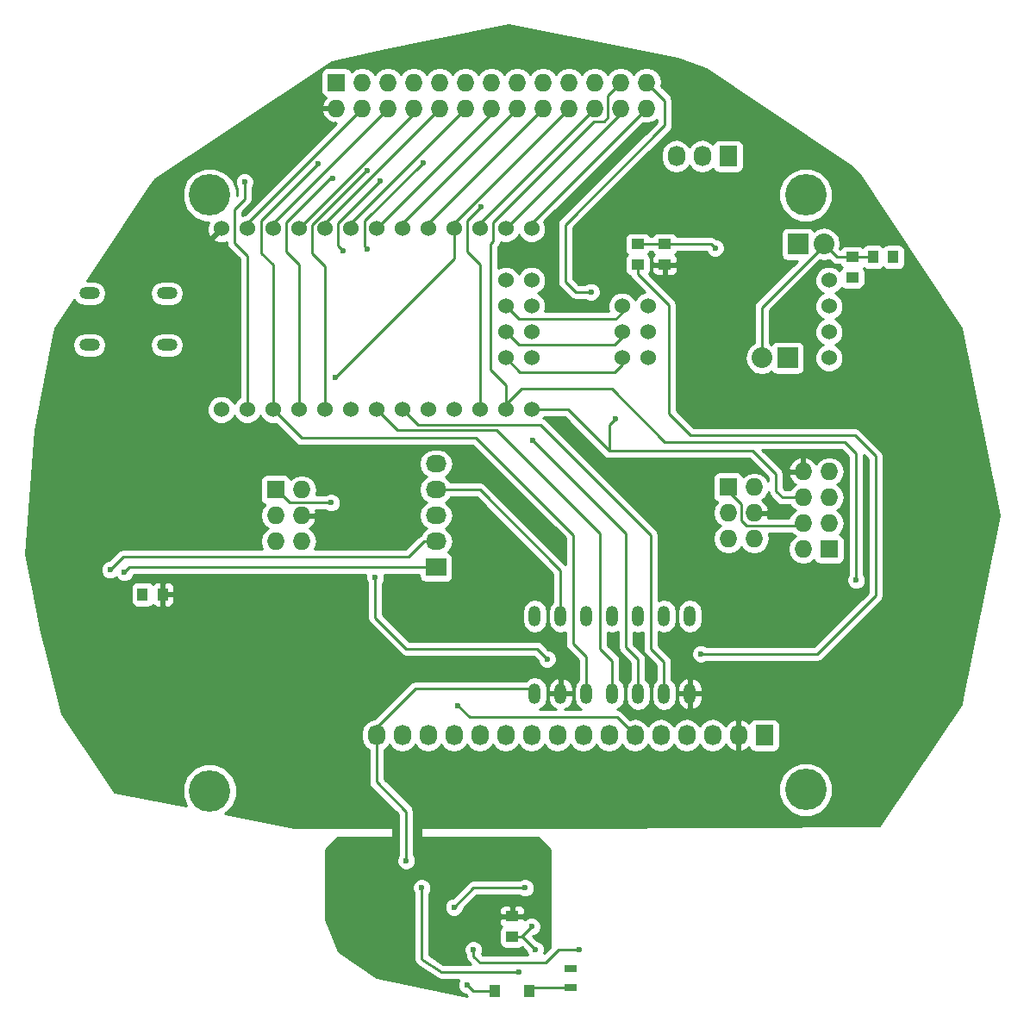
<source format=gbl>
G04 #@! TF.FileFunction,Copper,L2,Bot,Signal*
%FSLAX46Y46*%
G04 Gerber Fmt 4.6, Leading zero omitted, Abs format (unit mm)*
G04 Created by KiCad (PCBNEW 4.0.1-stable) date Tuesday, April 05, 2016 'PMt' 08:52:22 PM*
%MOMM*%
G01*
G04 APERTURE LIST*
%ADD10C,0.100000*%
%ADD11C,4.064000*%
%ADD12C,1.524000*%
%ADD13R,2.032000X2.032000*%
%ADD14O,2.032000X2.032000*%
%ADD15R,1.250000X1.000000*%
%ADD16R,1.000000X1.250000*%
%ADD17R,1.300000X0.700000*%
%ADD18R,1.727200X1.727200*%
%ADD19O,1.727200X1.727200*%
%ADD20R,2.032000X1.727200*%
%ADD21O,2.032000X1.727200*%
%ADD22R,1.727200X2.032000*%
%ADD23O,1.727200X2.032000*%
%ADD24O,1.200000X2.000000*%
%ADD25R,1.000000X1.200000*%
%ADD26O,2.000000X1.200000*%
%ADD27C,0.600000*%
%ADD28C,0.250000*%
%ADD29C,0.254000*%
G04 APERTURE END LIST*
D10*
D11*
X138557000Y-66548000D03*
X197104000Y-124968000D03*
X138557000Y-125095000D03*
D12*
X199390000Y-74930000D03*
X199390000Y-77470000D03*
X199390000Y-80010000D03*
X199390000Y-82550000D03*
X181610000Y-82550000D03*
X181610000Y-80010000D03*
X181610000Y-77470000D03*
X179070000Y-77470000D03*
X179070000Y-80010000D03*
X179070000Y-82550000D03*
D13*
X196342000Y-71374000D03*
D14*
X198882000Y-71374000D03*
D15*
X168275000Y-137430000D03*
X168275000Y-139430000D03*
X180594000Y-73390000D03*
X180594000Y-71390000D03*
X201676000Y-74660000D03*
X201676000Y-72660000D03*
D16*
X205724000Y-72644000D03*
X203724000Y-72644000D03*
D15*
X183261000Y-73390000D03*
X183261000Y-71390000D03*
D16*
X133969000Y-105791000D03*
X131969000Y-105791000D03*
D17*
X173990000Y-144460000D03*
X173990000Y-142560000D03*
D18*
X199390000Y-101346000D03*
D19*
X196850000Y-101346000D03*
X199390000Y-98806000D03*
X196850000Y-98806000D03*
X199390000Y-96266000D03*
X196850000Y-96266000D03*
X199390000Y-93726000D03*
X196850000Y-93726000D03*
D20*
X160782000Y-103124000D03*
D21*
X160782000Y-100584000D03*
X160782000Y-98044000D03*
X160782000Y-95504000D03*
X160782000Y-92964000D03*
D22*
X193040000Y-119634000D03*
D23*
X190500000Y-119634000D03*
X187960000Y-119634000D03*
X185420000Y-119634000D03*
X182880000Y-119634000D03*
X180340000Y-119634000D03*
X177800000Y-119634000D03*
X175260000Y-119634000D03*
X172720000Y-119634000D03*
X170180000Y-119634000D03*
X167640000Y-119634000D03*
X165100000Y-119634000D03*
X162560000Y-119634000D03*
X160020000Y-119634000D03*
X157480000Y-119634000D03*
X154940000Y-119634000D03*
D18*
X145034000Y-95504000D03*
D19*
X147574000Y-95504000D03*
X145034000Y-98044000D03*
X147574000Y-98044000D03*
X145034000Y-100584000D03*
X147574000Y-100584000D03*
D18*
X189484000Y-95250000D03*
D19*
X192024000Y-95250000D03*
X189484000Y-97790000D03*
X192024000Y-97790000D03*
X189484000Y-100330000D03*
X192024000Y-100330000D03*
D22*
X189484000Y-62738000D03*
D23*
X186944000Y-62738000D03*
X184404000Y-62738000D03*
D12*
X139700000Y-69850000D03*
X139700000Y-87630000D03*
X142240000Y-69850000D03*
X142240000Y-87630000D03*
X144780000Y-69850000D03*
X144780000Y-87630000D03*
X147320000Y-69850000D03*
X147320000Y-87630000D03*
X149860000Y-69850000D03*
X149860000Y-87630000D03*
X152400000Y-69850000D03*
X152400000Y-87630000D03*
X154940000Y-69850000D03*
X154940000Y-87630000D03*
X157480000Y-69850000D03*
X157480000Y-87630000D03*
X160020000Y-69850000D03*
X160020000Y-87630000D03*
X162560000Y-69850000D03*
X162560000Y-87630000D03*
X165100000Y-69850000D03*
X165100000Y-87630000D03*
X167640000Y-69850000D03*
X167640000Y-87630000D03*
X170180000Y-69850000D03*
X170180000Y-87630000D03*
X170180000Y-74930000D03*
X170180000Y-77470000D03*
X170180000Y-80010000D03*
X170180000Y-82550000D03*
X167640000Y-82550000D03*
X167640000Y-80010000D03*
X167640000Y-77470000D03*
X167640000Y-74930000D03*
D13*
X195326000Y-82550000D03*
D14*
X192786000Y-82550000D03*
D24*
X170484800Y-107924600D03*
X170484800Y-115544600D03*
X173024800Y-107924600D03*
X173024800Y-115544600D03*
X175564800Y-107924600D03*
X175564800Y-115544600D03*
X178104800Y-107924600D03*
X178104800Y-115544600D03*
X180644800Y-107924600D03*
X180644800Y-115544600D03*
X183184800Y-107924600D03*
X183184800Y-115544600D03*
X185724800Y-107924600D03*
X185724800Y-115544600D03*
D25*
X169975000Y-144780000D03*
X166575000Y-144780000D03*
D18*
X151003000Y-55499000D03*
D19*
X151003000Y-58039000D03*
X153543000Y-55499000D03*
X153543000Y-58039000D03*
X156083000Y-55499000D03*
X156083000Y-58039000D03*
X158623000Y-55499000D03*
X158623000Y-58039000D03*
X161163000Y-55499000D03*
X161163000Y-58039000D03*
X163703000Y-55499000D03*
X163703000Y-58039000D03*
X166243000Y-55499000D03*
X166243000Y-58039000D03*
X168783000Y-55499000D03*
X168783000Y-58039000D03*
X171323000Y-55499000D03*
X171323000Y-58039000D03*
X173863000Y-55499000D03*
X173863000Y-58039000D03*
X176403000Y-55499000D03*
X176403000Y-58039000D03*
X178943000Y-55499000D03*
X178943000Y-58039000D03*
X181483000Y-55499000D03*
X181483000Y-58039000D03*
D26*
X134366000Y-76200000D03*
X126746000Y-76200000D03*
X134366000Y-81280000D03*
X126746000Y-81280000D03*
D11*
X197104000Y-66548000D03*
D27*
X186817000Y-111633000D03*
X180594000Y-73406000D03*
X201676000Y-74676000D03*
X157861000Y-131953000D03*
X170561000Y-140716000D03*
X150495000Y-96774000D03*
X188214000Y-71755000D03*
X131953000Y-105791000D03*
X180594000Y-71390000D03*
X203624000Y-72644000D03*
X170180000Y-138430000D03*
X163830000Y-144145000D03*
X162560000Y-136525000D03*
X169545000Y-134620000D03*
X168910000Y-142875000D03*
X159385000Y-134620000D03*
X168275000Y-137541000D03*
X133969000Y-105791000D03*
X183261000Y-73390000D03*
X154305000Y-132080000D03*
X173863000Y-142494000D03*
X171704000Y-112141000D03*
X154813000Y-104140000D03*
X150876000Y-84455000D03*
X202057000Y-104394000D03*
X164465000Y-140716000D03*
X174879000Y-140716000D03*
X128778000Y-103378000D03*
X130175000Y-103632000D03*
X149225000Y-63500000D03*
X155321000Y-65151000D03*
X151638000Y-72009000D03*
X170307000Y-90678000D03*
X159512000Y-63373000D03*
X154051000Y-71882000D03*
X165227000Y-67691000D03*
X176022000Y-76073000D03*
X178435000Y-88519000D03*
X162941000Y-116713000D03*
X205740000Y-72644000D03*
X141986000Y-65278000D03*
X150622000Y-64897000D03*
X154051000Y-64135000D03*
D28*
X160782000Y-95504000D02*
X165100000Y-95504000D01*
X173024800Y-103428800D02*
X173024800Y-107924600D01*
X165100000Y-95504000D02*
X173024800Y-103428800D01*
X180594000Y-73390000D02*
X180594000Y-74295000D01*
X198247000Y-111633000D02*
X186817000Y-111633000D01*
X203962000Y-105918000D02*
X198247000Y-111633000D01*
X203962000Y-92202000D02*
X203962000Y-105918000D01*
X201930000Y-90170000D02*
X203962000Y-92202000D01*
X185801000Y-90170000D02*
X201930000Y-90170000D01*
X183642000Y-88011000D02*
X185801000Y-90170000D01*
X183642000Y-77343000D02*
X183642000Y-88011000D01*
X180594000Y-74295000D02*
X183642000Y-77343000D01*
X180594000Y-73406000D02*
X180594000Y-73390000D01*
X201676000Y-74676000D02*
X201676000Y-74660000D01*
X157861000Y-127127000D02*
X157861000Y-131953000D01*
X154940000Y-124206000D02*
X157861000Y-127127000D01*
X154940000Y-119634000D02*
X154940000Y-124206000D01*
X154940000Y-119634000D02*
X154940000Y-118872000D01*
X154940000Y-118872000D02*
X158750000Y-115062000D01*
X158750000Y-115062000D02*
X170002200Y-115062000D01*
X170002200Y-115062000D02*
X170484800Y-115544600D01*
X168275000Y-139430000D02*
X169275000Y-139430000D01*
X169275000Y-139430000D02*
X170561000Y-140716000D01*
X189484000Y-95250000D02*
X189484000Y-95631000D01*
X189484000Y-95631000D02*
X190754000Y-96901000D01*
X190754000Y-96901000D02*
X190754000Y-98552000D01*
X190754000Y-98552000D02*
X191262000Y-99060000D01*
X191262000Y-99060000D02*
X196596000Y-99060000D01*
X196596000Y-99060000D02*
X196850000Y-98806000D01*
X201676000Y-72660000D02*
X200168000Y-72660000D01*
X200168000Y-72660000D02*
X198882000Y-71374000D01*
X198882000Y-71374000D02*
X198882000Y-71501000D01*
X198882000Y-71501000D02*
X192786000Y-77597000D01*
X192786000Y-77597000D02*
X192786000Y-82550000D01*
X145034000Y-95504000D02*
X145161000Y-95504000D01*
X145161000Y-95504000D02*
X146431000Y-96774000D01*
X146431000Y-96774000D02*
X150495000Y-96774000D01*
X183261000Y-71390000D02*
X187849000Y-71390000D01*
X187849000Y-71390000D02*
X188214000Y-71755000D01*
X131953000Y-105791000D02*
X131969000Y-105791000D01*
X180594000Y-71390000D02*
X183261000Y-71390000D01*
X201676000Y-72660000D02*
X203708000Y-72660000D01*
X203708000Y-72660000D02*
X203724000Y-72644000D01*
X203624000Y-72644000D02*
X203724000Y-72644000D01*
X168275000Y-139430000D02*
X169180000Y-139430000D01*
X169180000Y-139430000D02*
X170180000Y-138430000D01*
X166575000Y-144780000D02*
X164465000Y-144780000D01*
X164465000Y-144780000D02*
X163830000Y-144145000D01*
X169545000Y-134620000D02*
X164465000Y-134620000D01*
X164465000Y-134620000D02*
X162560000Y-136525000D01*
X161290000Y-142875000D02*
X168910000Y-142875000D01*
X159385000Y-134620000D02*
X159385000Y-141605000D01*
X159385000Y-141605000D02*
X161290000Y-142875000D01*
X168275000Y-137541000D02*
X168275000Y-137430000D01*
X190500000Y-119888000D02*
X190500000Y-119634000D01*
X173990000Y-144460000D02*
X170295000Y-144460000D01*
X170295000Y-144460000D02*
X169975000Y-144780000D01*
X173929000Y-142560000D02*
X173863000Y-142494000D01*
X154813000Y-104140000D02*
X154813000Y-108077000D01*
X154813000Y-108077000D02*
X157861000Y-111125000D01*
X157861000Y-111125000D02*
X170688000Y-111125000D01*
X170688000Y-111125000D02*
X171704000Y-112141000D01*
X162560000Y-69850000D02*
X162560000Y-72771000D01*
X162560000Y-72771000D02*
X150876000Y-84455000D01*
X173929000Y-142560000D02*
X173990000Y-142560000D01*
X162560000Y-69850000D02*
X162560000Y-69342000D01*
X162560000Y-69342000D02*
X173863000Y-58039000D01*
X169164000Y-85598000D02*
X167640000Y-87122000D01*
X169164000Y-85598000D02*
X178054000Y-85598000D01*
X178054000Y-85598000D02*
X183261000Y-90805000D01*
X183261000Y-90805000D02*
X200914000Y-90805000D01*
X200914000Y-90805000D02*
X202057000Y-91948000D01*
X202057000Y-91948000D02*
X202057000Y-104394000D01*
X164465000Y-141351000D02*
X164465000Y-140716000D01*
X165100000Y-141986000D02*
X164465000Y-141351000D01*
X171577000Y-141986000D02*
X165100000Y-141986000D01*
X172847000Y-140716000D02*
X171577000Y-141986000D01*
X174879000Y-140716000D02*
X172847000Y-140716000D01*
X167640000Y-87630000D02*
X167640000Y-85217000D01*
X177673000Y-56769000D02*
X178943000Y-55499000D01*
X177673000Y-58928000D02*
X177673000Y-56769000D01*
X177292000Y-59309000D02*
X177673000Y-58928000D01*
X176276000Y-59309000D02*
X177292000Y-59309000D01*
X166370000Y-69215000D02*
X176276000Y-59309000D01*
X166370000Y-71120000D02*
X166370000Y-69215000D01*
X166116000Y-71374000D02*
X166370000Y-71120000D01*
X166116000Y-83693000D02*
X166116000Y-71374000D01*
X167640000Y-85217000D02*
X166116000Y-83693000D01*
X167640000Y-87630000D02*
X167640000Y-87122000D01*
X142240000Y-69850000D02*
X142240000Y-69342000D01*
X142240000Y-69342000D02*
X153543000Y-58039000D01*
X160782000Y-100584000D02*
X159639000Y-100584000D01*
X130048000Y-102108000D02*
X128778000Y-103378000D01*
X158115000Y-102108000D02*
X130048000Y-102108000D01*
X159639000Y-100584000D02*
X158115000Y-102108000D01*
X144780000Y-69850000D02*
X144780000Y-69342000D01*
X144780000Y-69342000D02*
X156083000Y-58039000D01*
X160782000Y-103124000D02*
X130683000Y-103124000D01*
X130683000Y-103124000D02*
X130175000Y-103632000D01*
X144780000Y-87630000D02*
X144780000Y-73406000D01*
X143637000Y-69088000D02*
X149225000Y-63500000D01*
X143637000Y-72263000D02*
X143637000Y-69088000D01*
X144780000Y-73406000D02*
X143637000Y-72263000D01*
X175564800Y-115544600D02*
X175564800Y-111937800D01*
X147574000Y-90424000D02*
X144780000Y-87630000D01*
X164719000Y-90424000D02*
X147574000Y-90424000D01*
X174244000Y-99949000D02*
X164719000Y-90424000D01*
X174244000Y-110617000D02*
X174244000Y-99949000D01*
X175564800Y-111937800D02*
X174244000Y-110617000D01*
X158623000Y-58039000D02*
X158623000Y-58547000D01*
X158623000Y-58547000D02*
X147320000Y-69850000D01*
X149860000Y-69850000D02*
X149860000Y-69342000D01*
X149860000Y-69342000D02*
X161163000Y-58039000D01*
X179070000Y-82550000D02*
X179070000Y-83185000D01*
X179070000Y-83185000D02*
X178308000Y-83947000D01*
X178308000Y-83947000D02*
X169037000Y-83947000D01*
X169037000Y-83947000D02*
X167640000Y-82550000D01*
X151130000Y-69342000D02*
X155321000Y-65151000D01*
X151130000Y-71501000D02*
X151130000Y-69342000D01*
X151638000Y-72009000D02*
X151130000Y-71501000D01*
X180644800Y-115544600D02*
X180644800Y-112191800D01*
X179451000Y-99822000D02*
X170307000Y-90678000D01*
X179451000Y-110998000D02*
X179451000Y-99822000D01*
X180644800Y-112191800D02*
X179451000Y-110998000D01*
X153797000Y-69088000D02*
X159512000Y-63373000D01*
X153797000Y-71628000D02*
X153797000Y-69088000D01*
X154051000Y-71882000D02*
X153797000Y-71628000D01*
X178104800Y-115544600D02*
X178104800Y-112318800D01*
X156972000Y-89662000D02*
X154940000Y-87630000D01*
X166751000Y-89662000D02*
X156972000Y-89662000D01*
X176911000Y-99822000D02*
X166751000Y-89662000D01*
X176911000Y-111125000D02*
X176911000Y-99822000D01*
X178104800Y-112318800D02*
X176911000Y-111125000D01*
X183184800Y-115544600D02*
X183184800Y-112445800D01*
X159004000Y-89154000D02*
X157480000Y-87630000D01*
X171069000Y-89154000D02*
X159004000Y-89154000D01*
X181864000Y-99949000D02*
X171069000Y-89154000D01*
X181864000Y-111125000D02*
X181864000Y-99949000D01*
X183184800Y-112445800D02*
X181864000Y-111125000D01*
X165100000Y-87630000D02*
X165100000Y-73406000D01*
X163830000Y-69088000D02*
X165227000Y-67691000D01*
X163830000Y-72136000D02*
X163830000Y-69088000D01*
X165100000Y-73406000D02*
X163830000Y-72136000D01*
X177800000Y-91694000D02*
X177800000Y-89154000D01*
X183261000Y-57277000D02*
X181483000Y-55499000D01*
X183261000Y-59690000D02*
X183261000Y-57277000D01*
X173482000Y-69469000D02*
X183261000Y-59690000D01*
X173482000Y-75057000D02*
X173482000Y-69469000D01*
X174498000Y-76073000D02*
X173482000Y-75057000D01*
X176022000Y-76073000D02*
X174498000Y-76073000D01*
X177800000Y-89154000D02*
X178435000Y-88519000D01*
X196850000Y-96266000D02*
X194818000Y-96266000D01*
X173736000Y-87630000D02*
X170180000Y-87630000D01*
X177800000Y-91694000D02*
X173736000Y-87630000D01*
X191897000Y-91694000D02*
X177800000Y-91694000D01*
X194183000Y-93980000D02*
X191897000Y-91694000D01*
X194183000Y-95631000D02*
X194183000Y-93980000D01*
X194818000Y-96266000D02*
X194183000Y-95631000D01*
X178562000Y-117856000D02*
X180340000Y-119634000D01*
X164084000Y-117856000D02*
X178562000Y-117856000D01*
X162941000Y-116713000D02*
X164084000Y-117856000D01*
X205740000Y-72644000D02*
X205724000Y-72644000D01*
X179070000Y-77470000D02*
X179070000Y-78105000D01*
X179070000Y-78105000D02*
X178435000Y-78740000D01*
X178435000Y-78740000D02*
X168910000Y-78740000D01*
X168910000Y-78740000D02*
X167640000Y-77470000D01*
X179070000Y-80010000D02*
X179070000Y-80518000D01*
X179070000Y-80518000D02*
X178308000Y-81280000D01*
X178308000Y-81280000D02*
X168910000Y-81280000D01*
X168910000Y-81280000D02*
X167640000Y-80010000D01*
X140970000Y-71247000D02*
X140970000Y-67945000D01*
X142240000Y-72517000D02*
X140970000Y-71247000D01*
X142240000Y-87630000D02*
X142240000Y-72517000D01*
X141986000Y-66929000D02*
X141986000Y-65278000D01*
X140970000Y-67945000D02*
X141986000Y-66929000D01*
X147320000Y-87630000D02*
X147320000Y-73406000D01*
X150368000Y-64897000D02*
X150622000Y-64897000D01*
X146050000Y-69215000D02*
X150368000Y-64897000D01*
X146050000Y-72136000D02*
X146050000Y-69215000D01*
X147320000Y-73406000D02*
X146050000Y-72136000D01*
X149860000Y-87630000D02*
X149860000Y-73533000D01*
X153924000Y-64135000D02*
X154051000Y-64135000D01*
X148590000Y-69469000D02*
X153924000Y-64135000D01*
X148590000Y-72263000D02*
X148590000Y-69469000D01*
X149860000Y-73533000D02*
X148590000Y-72263000D01*
X152400000Y-69850000D02*
X152400000Y-69342000D01*
X152400000Y-69342000D02*
X163703000Y-58039000D01*
X166243000Y-58039000D02*
X166243000Y-58547000D01*
X166243000Y-58547000D02*
X154940000Y-69850000D01*
X157480000Y-69850000D02*
X157480000Y-69342000D01*
X157480000Y-69342000D02*
X168783000Y-58039000D01*
X160020000Y-69850000D02*
X160020000Y-69342000D01*
X160020000Y-69342000D02*
X171323000Y-58039000D01*
X165100000Y-69850000D02*
X165100000Y-69342000D01*
X165100000Y-69342000D02*
X176403000Y-58039000D01*
X178943000Y-58039000D02*
X178943000Y-58547000D01*
X178943000Y-58547000D02*
X167640000Y-69850000D01*
X170180000Y-69850000D02*
X170180000Y-69342000D01*
X170180000Y-69342000D02*
X181483000Y-58039000D01*
D29*
G36*
X184480010Y-53180688D02*
X187271471Y-54180101D01*
X201431599Y-63641596D01*
X202423954Y-64697292D01*
X212390324Y-79613019D01*
X216056474Y-98044000D01*
X212492410Y-115961759D01*
X212330207Y-116564953D01*
X204337343Y-128527119D01*
X173862730Y-128651000D01*
X159385000Y-128651000D01*
X159335590Y-128661006D01*
X159293965Y-128689447D01*
X159266685Y-128731841D01*
X159258000Y-128778000D01*
X159258000Y-129540000D01*
X159268006Y-129589410D01*
X159296447Y-129631035D01*
X159338841Y-129658315D01*
X159385000Y-129667000D01*
X170762394Y-129667000D01*
X171958000Y-130862606D01*
X171958000Y-140530198D01*
X171432241Y-141055957D01*
X171495838Y-140902799D01*
X171496162Y-140530833D01*
X171354117Y-140187057D01*
X171091327Y-139923808D01*
X170747799Y-139781162D01*
X170700923Y-139781121D01*
X170302302Y-139382500D01*
X170319680Y-139365122D01*
X170365167Y-139365162D01*
X170708943Y-139223117D01*
X170972192Y-138960327D01*
X171114838Y-138616799D01*
X171115162Y-138244833D01*
X170973117Y-137901057D01*
X170710327Y-137637808D01*
X170366799Y-137495162D01*
X169994833Y-137494838D01*
X169651057Y-137636883D01*
X169535000Y-137752738D01*
X169535000Y-137715750D01*
X169376250Y-137557000D01*
X168402000Y-137557000D01*
X168402000Y-137577000D01*
X168148000Y-137577000D01*
X168148000Y-137557000D01*
X167173750Y-137557000D01*
X167015000Y-137715750D01*
X167015000Y-138056309D01*
X167111673Y-138289698D01*
X167252910Y-138430936D01*
X167198559Y-138465910D01*
X167053569Y-138678110D01*
X167002560Y-138930000D01*
X167002560Y-139930000D01*
X167046838Y-140165317D01*
X167185910Y-140381441D01*
X167398110Y-140526431D01*
X167650000Y-140577440D01*
X168900000Y-140577440D01*
X169135317Y-140533162D01*
X169237565Y-140467367D01*
X169625878Y-140855680D01*
X169625838Y-140901167D01*
X169760056Y-141226000D01*
X165414802Y-141226000D01*
X165309400Y-141120598D01*
X165399838Y-140902799D01*
X165400162Y-140530833D01*
X165258117Y-140187057D01*
X164995327Y-139923808D01*
X164651799Y-139781162D01*
X164279833Y-139780838D01*
X163936057Y-139922883D01*
X163672808Y-140185673D01*
X163530162Y-140529201D01*
X163529838Y-140901167D01*
X163671883Y-141244943D01*
X163705000Y-141278118D01*
X163705000Y-141351000D01*
X163762852Y-141641839D01*
X163927599Y-141888401D01*
X164154198Y-142115000D01*
X161520109Y-142115000D01*
X160145000Y-141198261D01*
X160145000Y-136710167D01*
X161624838Y-136710167D01*
X161766883Y-137053943D01*
X162029673Y-137317192D01*
X162373201Y-137459838D01*
X162745167Y-137460162D01*
X163088943Y-137318117D01*
X163352192Y-137055327D01*
X163456680Y-136803691D01*
X167015000Y-136803691D01*
X167015000Y-137144250D01*
X167173750Y-137303000D01*
X168148000Y-137303000D01*
X168148000Y-136453750D01*
X168402000Y-136453750D01*
X168402000Y-137303000D01*
X169376250Y-137303000D01*
X169535000Y-137144250D01*
X169535000Y-136803691D01*
X169438327Y-136570302D01*
X169259699Y-136391673D01*
X169026310Y-136295000D01*
X168560750Y-136295000D01*
X168402000Y-136453750D01*
X168148000Y-136453750D01*
X167989250Y-136295000D01*
X167523690Y-136295000D01*
X167290301Y-136391673D01*
X167111673Y-136570302D01*
X167015000Y-136803691D01*
X163456680Y-136803691D01*
X163494838Y-136711799D01*
X163494879Y-136664923D01*
X164779802Y-135380000D01*
X168982537Y-135380000D01*
X169014673Y-135412192D01*
X169358201Y-135554838D01*
X169730167Y-135555162D01*
X170073943Y-135413117D01*
X170337192Y-135150327D01*
X170479838Y-134806799D01*
X170480162Y-134434833D01*
X170338117Y-134091057D01*
X170075327Y-133827808D01*
X169731799Y-133685162D01*
X169359833Y-133684838D01*
X169016057Y-133826883D01*
X168982882Y-133860000D01*
X164465000Y-133860000D01*
X164174161Y-133917852D01*
X163927599Y-134082599D01*
X162420320Y-135589878D01*
X162374833Y-135589838D01*
X162031057Y-135731883D01*
X161767808Y-135994673D01*
X161625162Y-136338201D01*
X161624838Y-136710167D01*
X160145000Y-136710167D01*
X160145000Y-135182463D01*
X160177192Y-135150327D01*
X160319838Y-134806799D01*
X160320162Y-134434833D01*
X160178117Y-134091057D01*
X159915327Y-133827808D01*
X159571799Y-133685162D01*
X159199833Y-133684838D01*
X158856057Y-133826883D01*
X158592808Y-134089673D01*
X158450162Y-134433201D01*
X158449838Y-134805167D01*
X158591883Y-135148943D01*
X158625000Y-135182118D01*
X158625000Y-141605000D01*
X158639680Y-141678802D01*
X158639759Y-141754048D01*
X158668325Y-141822810D01*
X158682852Y-141895839D01*
X158724658Y-141958406D01*
X158753526Y-142027894D01*
X158806231Y-142080489D01*
X158847599Y-142142401D01*
X158910165Y-142184206D01*
X158963428Y-142237358D01*
X160868428Y-143507358D01*
X160937251Y-143535781D01*
X160999161Y-143577148D01*
X161072962Y-143591828D01*
X161142511Y-143620551D01*
X161216969Y-143620473D01*
X161290000Y-143635000D01*
X163029367Y-143635000D01*
X162895162Y-143958201D01*
X162894838Y-144330167D01*
X163036883Y-144673943D01*
X163299673Y-144937192D01*
X163643201Y-145079838D01*
X163690077Y-145079879D01*
X163898198Y-145288000D01*
X163843455Y-145288000D01*
X154990293Y-143390894D01*
X151233268Y-140886211D01*
X149987000Y-137770541D01*
X149987000Y-130862606D01*
X151182606Y-129667000D01*
X156464000Y-129667000D01*
X156513410Y-129656994D01*
X156555035Y-129628553D01*
X156582315Y-129586159D01*
X156591000Y-129540000D01*
X156591000Y-128778000D01*
X156580994Y-128728590D01*
X156552553Y-128686965D01*
X156510159Y-128659685D01*
X156464000Y-128651000D01*
X146824410Y-128651000D01*
X140098909Y-127324201D01*
X140816655Y-126607707D01*
X141223536Y-125627827D01*
X141224462Y-124566828D01*
X140819291Y-123586239D01*
X140069707Y-122835345D01*
X139089827Y-122428464D01*
X138028828Y-122427538D01*
X137048239Y-122832709D01*
X136297345Y-123582293D01*
X135890464Y-124562173D01*
X135889538Y-125623172D01*
X136281191Y-126571045D01*
X129211778Y-125176399D01*
X124083607Y-117501549D01*
X121929165Y-109092278D01*
X121148181Y-105166000D01*
X130821560Y-105166000D01*
X130821560Y-106416000D01*
X130865838Y-106651317D01*
X131004910Y-106867441D01*
X131217110Y-107012431D01*
X131469000Y-107063440D01*
X132469000Y-107063440D01*
X132704317Y-107019162D01*
X132920441Y-106880090D01*
X132966969Y-106811994D01*
X133109302Y-106954327D01*
X133342691Y-107051000D01*
X133683250Y-107051000D01*
X133842000Y-106892250D01*
X133842000Y-105918000D01*
X134096000Y-105918000D01*
X134096000Y-106892250D01*
X134254750Y-107051000D01*
X134595309Y-107051000D01*
X134828698Y-106954327D01*
X135007327Y-106775699D01*
X135104000Y-106542310D01*
X135104000Y-106076750D01*
X134945250Y-105918000D01*
X134096000Y-105918000D01*
X133842000Y-105918000D01*
X133822000Y-105918000D01*
X133822000Y-105664000D01*
X133842000Y-105664000D01*
X133842000Y-104689750D01*
X134096000Y-104689750D01*
X134096000Y-105664000D01*
X134945250Y-105664000D01*
X135104000Y-105505250D01*
X135104000Y-105039690D01*
X135007327Y-104806301D01*
X134828698Y-104627673D01*
X134595309Y-104531000D01*
X134254750Y-104531000D01*
X134096000Y-104689750D01*
X133842000Y-104689750D01*
X133683250Y-104531000D01*
X133342691Y-104531000D01*
X133109302Y-104627673D01*
X132968064Y-104768910D01*
X132933090Y-104714559D01*
X132720890Y-104569569D01*
X132469000Y-104518560D01*
X131469000Y-104518560D01*
X131233683Y-104562838D01*
X131017559Y-104701910D01*
X130872569Y-104914110D01*
X130821560Y-105166000D01*
X121148181Y-105166000D01*
X120829357Y-103563167D01*
X127842838Y-103563167D01*
X127984883Y-103906943D01*
X128247673Y-104170192D01*
X128591201Y-104312838D01*
X128963167Y-104313162D01*
X129306943Y-104171117D01*
X129362975Y-104115183D01*
X129381883Y-104160943D01*
X129644673Y-104424192D01*
X129988201Y-104566838D01*
X130360167Y-104567162D01*
X130703943Y-104425117D01*
X130967192Y-104162327D01*
X131082764Y-103884000D01*
X153906897Y-103884000D01*
X153878162Y-103953201D01*
X153877838Y-104325167D01*
X154019883Y-104668943D01*
X154053000Y-104702118D01*
X154053000Y-108077000D01*
X154110852Y-108367839D01*
X154275599Y-108614401D01*
X157323599Y-111662401D01*
X157570161Y-111827148D01*
X157861000Y-111885000D01*
X170373198Y-111885000D01*
X170768878Y-112280680D01*
X170768838Y-112326167D01*
X170910883Y-112669943D01*
X171173673Y-112933192D01*
X171517201Y-113075838D01*
X171889167Y-113076162D01*
X172232943Y-112934117D01*
X172496192Y-112671327D01*
X172638838Y-112327799D01*
X172639162Y-111955833D01*
X172497117Y-111612057D01*
X172234327Y-111348808D01*
X171890799Y-111206162D01*
X171843923Y-111206121D01*
X171225401Y-110587599D01*
X170978839Y-110422852D01*
X170688000Y-110365000D01*
X158175802Y-110365000D01*
X155573000Y-107762198D01*
X155573000Y-107492568D01*
X169249800Y-107492568D01*
X169249800Y-108356632D01*
X169343809Y-108829246D01*
X169611523Y-109229909D01*
X170012186Y-109497623D01*
X170484800Y-109591632D01*
X170957414Y-109497623D01*
X171358077Y-109229909D01*
X171625791Y-108829246D01*
X171719800Y-108356632D01*
X171719800Y-107492568D01*
X171625791Y-107019954D01*
X171358077Y-106619291D01*
X170957414Y-106351577D01*
X170484800Y-106257568D01*
X170012186Y-106351577D01*
X169611523Y-106619291D01*
X169343809Y-107019954D01*
X169249800Y-107492568D01*
X155573000Y-107492568D01*
X155573000Y-104702463D01*
X155605192Y-104670327D01*
X155747838Y-104326799D01*
X155748162Y-103954833D01*
X155718894Y-103884000D01*
X159118560Y-103884000D01*
X159118560Y-103987600D01*
X159162838Y-104222917D01*
X159301910Y-104439041D01*
X159514110Y-104584031D01*
X159766000Y-104635040D01*
X161798000Y-104635040D01*
X162033317Y-104590762D01*
X162249441Y-104451690D01*
X162394431Y-104239490D01*
X162445440Y-103987600D01*
X162445440Y-102260400D01*
X162401162Y-102025083D01*
X162262090Y-101808959D01*
X162049890Y-101663969D01*
X162008561Y-101655600D01*
X162026415Y-101643670D01*
X162351271Y-101157489D01*
X162465345Y-100584000D01*
X162351271Y-100010511D01*
X162026415Y-99524330D01*
X161711634Y-99314000D01*
X162026415Y-99103670D01*
X162351271Y-98617489D01*
X162465345Y-98044000D01*
X162351271Y-97470511D01*
X162026415Y-96984330D01*
X161711634Y-96774000D01*
X162026415Y-96563670D01*
X162226648Y-96264000D01*
X164785198Y-96264000D01*
X172264800Y-103743602D01*
X172264800Y-106543602D01*
X172151523Y-106619291D01*
X171883809Y-107019954D01*
X171789800Y-107492568D01*
X171789800Y-108356632D01*
X171883809Y-108829246D01*
X172151523Y-109229909D01*
X172552186Y-109497623D01*
X173024800Y-109591632D01*
X173484000Y-109500291D01*
X173484000Y-110617000D01*
X173541852Y-110907839D01*
X173706599Y-111154401D01*
X174804800Y-112252602D01*
X174804800Y-114163602D01*
X174691523Y-114239291D01*
X174423809Y-114639954D01*
X174329800Y-115112568D01*
X174329800Y-115976632D01*
X174423809Y-116449246D01*
X174691523Y-116849909D01*
X175059825Y-117096000D01*
X173452278Y-117096000D01*
X173808274Y-116907680D01*
X174117190Y-116534547D01*
X174259800Y-116071600D01*
X174259800Y-115671600D01*
X173151800Y-115671600D01*
X173151800Y-115691600D01*
X172897800Y-115691600D01*
X172897800Y-115671600D01*
X171789800Y-115671600D01*
X171789800Y-116071600D01*
X171932410Y-116534547D01*
X172241326Y-116907680D01*
X172597322Y-117096000D01*
X170989775Y-117096000D01*
X171358077Y-116849909D01*
X171625791Y-116449246D01*
X171719800Y-115976632D01*
X171719800Y-115112568D01*
X171700910Y-115017600D01*
X171789800Y-115017600D01*
X171789800Y-115417600D01*
X172897800Y-115417600D01*
X172897800Y-114075869D01*
X173151800Y-114075869D01*
X173151800Y-115417600D01*
X174259800Y-115417600D01*
X174259800Y-115017600D01*
X174117190Y-114554653D01*
X173808274Y-114181520D01*
X173380081Y-113955008D01*
X173342409Y-113951138D01*
X173151800Y-114075869D01*
X172897800Y-114075869D01*
X172707191Y-113951138D01*
X172669519Y-113955008D01*
X172241326Y-114181520D01*
X171932410Y-114554653D01*
X171789800Y-115017600D01*
X171700910Y-115017600D01*
X171625791Y-114639954D01*
X171358077Y-114239291D01*
X170957414Y-113971577D01*
X170484800Y-113877568D01*
X170012186Y-113971577D01*
X169611523Y-114239291D01*
X169569622Y-114302000D01*
X158750000Y-114302000D01*
X158459161Y-114359852D01*
X158212599Y-114524599D01*
X154748439Y-117988759D01*
X154366511Y-118064729D01*
X153880330Y-118389585D01*
X153555474Y-118875766D01*
X153441400Y-119449255D01*
X153441400Y-119818745D01*
X153555474Y-120392234D01*
X153880330Y-120878415D01*
X154180000Y-121078648D01*
X154180000Y-124206000D01*
X154237852Y-124496839D01*
X154402599Y-124743401D01*
X157101000Y-127441802D01*
X157101000Y-131390537D01*
X157068808Y-131422673D01*
X156926162Y-131766201D01*
X156925838Y-132138167D01*
X157067883Y-132481943D01*
X157330673Y-132745192D01*
X157674201Y-132887838D01*
X158046167Y-132888162D01*
X158389943Y-132746117D01*
X158653192Y-132483327D01*
X158795838Y-132139799D01*
X158796162Y-131767833D01*
X158654117Y-131424057D01*
X158621000Y-131390882D01*
X158621000Y-127127000D01*
X158563148Y-126836161D01*
X158398401Y-126589599D01*
X157304974Y-125496172D01*
X194436538Y-125496172D01*
X194841709Y-126476761D01*
X195591293Y-127227655D01*
X196571173Y-127634536D01*
X197632172Y-127635462D01*
X198612761Y-127230291D01*
X199363655Y-126480707D01*
X199770536Y-125500827D01*
X199771462Y-124439828D01*
X199366291Y-123459239D01*
X198616707Y-122708345D01*
X197636827Y-122301464D01*
X196575828Y-122300538D01*
X195595239Y-122705709D01*
X194844345Y-123455293D01*
X194437464Y-124435173D01*
X194436538Y-125496172D01*
X157304974Y-125496172D01*
X155700000Y-123891198D01*
X155700000Y-121078648D01*
X155999670Y-120878415D01*
X156210000Y-120563634D01*
X156420330Y-120878415D01*
X156906511Y-121203271D01*
X157480000Y-121317345D01*
X158053489Y-121203271D01*
X158539670Y-120878415D01*
X158750000Y-120563634D01*
X158960330Y-120878415D01*
X159446511Y-121203271D01*
X160020000Y-121317345D01*
X160593489Y-121203271D01*
X161079670Y-120878415D01*
X161290000Y-120563634D01*
X161500330Y-120878415D01*
X161986511Y-121203271D01*
X162560000Y-121317345D01*
X163133489Y-121203271D01*
X163619670Y-120878415D01*
X163830000Y-120563634D01*
X164040330Y-120878415D01*
X164526511Y-121203271D01*
X165100000Y-121317345D01*
X165673489Y-121203271D01*
X166159670Y-120878415D01*
X166370000Y-120563634D01*
X166580330Y-120878415D01*
X167066511Y-121203271D01*
X167640000Y-121317345D01*
X168213489Y-121203271D01*
X168699670Y-120878415D01*
X168910000Y-120563634D01*
X169120330Y-120878415D01*
X169606511Y-121203271D01*
X170180000Y-121317345D01*
X170753489Y-121203271D01*
X171239670Y-120878415D01*
X171450000Y-120563634D01*
X171660330Y-120878415D01*
X172146511Y-121203271D01*
X172720000Y-121317345D01*
X173293489Y-121203271D01*
X173779670Y-120878415D01*
X173990000Y-120563634D01*
X174200330Y-120878415D01*
X174686511Y-121203271D01*
X175260000Y-121317345D01*
X175833489Y-121203271D01*
X176319670Y-120878415D01*
X176530000Y-120563634D01*
X176740330Y-120878415D01*
X177226511Y-121203271D01*
X177800000Y-121317345D01*
X178373489Y-121203271D01*
X178859670Y-120878415D01*
X179070000Y-120563634D01*
X179280330Y-120878415D01*
X179766511Y-121203271D01*
X180340000Y-121317345D01*
X180913489Y-121203271D01*
X181399670Y-120878415D01*
X181610000Y-120563634D01*
X181820330Y-120878415D01*
X182306511Y-121203271D01*
X182880000Y-121317345D01*
X183453489Y-121203271D01*
X183939670Y-120878415D01*
X184150000Y-120563634D01*
X184360330Y-120878415D01*
X184846511Y-121203271D01*
X185420000Y-121317345D01*
X185993489Y-121203271D01*
X186479670Y-120878415D01*
X186690000Y-120563634D01*
X186900330Y-120878415D01*
X187386511Y-121203271D01*
X187960000Y-121317345D01*
X188533489Y-121203271D01*
X189019670Y-120878415D01*
X189226461Y-120568931D01*
X189597964Y-120984732D01*
X190125209Y-121238709D01*
X190140974Y-121241358D01*
X190373000Y-121120217D01*
X190373000Y-119761000D01*
X190353000Y-119761000D01*
X190353000Y-119507000D01*
X190373000Y-119507000D01*
X190373000Y-118147783D01*
X190627000Y-118147783D01*
X190627000Y-119507000D01*
X190647000Y-119507000D01*
X190647000Y-119761000D01*
X190627000Y-119761000D01*
X190627000Y-121120217D01*
X190859026Y-121241358D01*
X190874791Y-121238709D01*
X191402036Y-120984732D01*
X191558907Y-120809155D01*
X191573238Y-120885317D01*
X191712310Y-121101441D01*
X191924510Y-121246431D01*
X192176400Y-121297440D01*
X193903600Y-121297440D01*
X194138917Y-121253162D01*
X194355041Y-121114090D01*
X194500031Y-120901890D01*
X194551040Y-120650000D01*
X194551040Y-118618000D01*
X194506762Y-118382683D01*
X194367690Y-118166559D01*
X194155490Y-118021569D01*
X193903600Y-117970560D01*
X192176400Y-117970560D01*
X191941083Y-118014838D01*
X191724959Y-118153910D01*
X191579969Y-118366110D01*
X191560768Y-118460927D01*
X191402036Y-118283268D01*
X190874791Y-118029291D01*
X190859026Y-118026642D01*
X190627000Y-118147783D01*
X190373000Y-118147783D01*
X190140974Y-118026642D01*
X190125209Y-118029291D01*
X189597964Y-118283268D01*
X189226461Y-118699069D01*
X189019670Y-118389585D01*
X188533489Y-118064729D01*
X187960000Y-117950655D01*
X187386511Y-118064729D01*
X186900330Y-118389585D01*
X186690000Y-118704366D01*
X186479670Y-118389585D01*
X185993489Y-118064729D01*
X185420000Y-117950655D01*
X184846511Y-118064729D01*
X184360330Y-118389585D01*
X184150000Y-118704366D01*
X183939670Y-118389585D01*
X183453489Y-118064729D01*
X182880000Y-117950655D01*
X182306511Y-118064729D01*
X181820330Y-118389585D01*
X181610000Y-118704366D01*
X181399670Y-118389585D01*
X180913489Y-118064729D01*
X180340000Y-117950655D01*
X179832421Y-118051619D01*
X179099401Y-117318599D01*
X178852839Y-117153852D01*
X178598815Y-117103323D01*
X178978077Y-116849909D01*
X179245791Y-116449246D01*
X179339800Y-115976632D01*
X179339800Y-115112568D01*
X179245791Y-114639954D01*
X178978077Y-114239291D01*
X178864800Y-114163602D01*
X178864800Y-112318800D01*
X178806948Y-112027961D01*
X178642201Y-111781399D01*
X177671000Y-110810198D01*
X177671000Y-109505344D01*
X178104800Y-109591632D01*
X178577414Y-109497623D01*
X178691000Y-109421727D01*
X178691000Y-110998000D01*
X178748852Y-111288839D01*
X178913599Y-111535401D01*
X179884800Y-112506602D01*
X179884800Y-114163602D01*
X179771523Y-114239291D01*
X179503809Y-114639954D01*
X179409800Y-115112568D01*
X179409800Y-115976632D01*
X179503809Y-116449246D01*
X179771523Y-116849909D01*
X180172186Y-117117623D01*
X180644800Y-117211632D01*
X181117414Y-117117623D01*
X181518077Y-116849909D01*
X181785791Y-116449246D01*
X181879800Y-115976632D01*
X181879800Y-115112568D01*
X181785791Y-114639954D01*
X181518077Y-114239291D01*
X181404800Y-114163602D01*
X181404800Y-112191800D01*
X181346948Y-111900961D01*
X181182201Y-111654399D01*
X180211000Y-110683198D01*
X180211000Y-109505344D01*
X180644800Y-109591632D01*
X181104000Y-109500291D01*
X181104000Y-111125000D01*
X181161852Y-111415839D01*
X181326599Y-111662401D01*
X182424800Y-112760602D01*
X182424800Y-114163602D01*
X182311523Y-114239291D01*
X182043809Y-114639954D01*
X181949800Y-115112568D01*
X181949800Y-115976632D01*
X182043809Y-116449246D01*
X182311523Y-116849909D01*
X182712186Y-117117623D01*
X183184800Y-117211632D01*
X183657414Y-117117623D01*
X184058077Y-116849909D01*
X184325791Y-116449246D01*
X184419800Y-115976632D01*
X184419800Y-115671600D01*
X184489800Y-115671600D01*
X184489800Y-116071600D01*
X184632410Y-116534547D01*
X184941326Y-116907680D01*
X185369519Y-117134192D01*
X185407191Y-117138062D01*
X185597800Y-117013331D01*
X185597800Y-115671600D01*
X185851800Y-115671600D01*
X185851800Y-117013331D01*
X186042409Y-117138062D01*
X186080081Y-117134192D01*
X186508274Y-116907680D01*
X186817190Y-116534547D01*
X186959800Y-116071600D01*
X186959800Y-115671600D01*
X185851800Y-115671600D01*
X185597800Y-115671600D01*
X184489800Y-115671600D01*
X184419800Y-115671600D01*
X184419800Y-115112568D01*
X184400910Y-115017600D01*
X184489800Y-115017600D01*
X184489800Y-115417600D01*
X185597800Y-115417600D01*
X185597800Y-114075869D01*
X185851800Y-114075869D01*
X185851800Y-115417600D01*
X186959800Y-115417600D01*
X186959800Y-115017600D01*
X186817190Y-114554653D01*
X186508274Y-114181520D01*
X186080081Y-113955008D01*
X186042409Y-113951138D01*
X185851800Y-114075869D01*
X185597800Y-114075869D01*
X185407191Y-113951138D01*
X185369519Y-113955008D01*
X184941326Y-114181520D01*
X184632410Y-114554653D01*
X184489800Y-115017600D01*
X184400910Y-115017600D01*
X184325791Y-114639954D01*
X184058077Y-114239291D01*
X183944800Y-114163602D01*
X183944800Y-112445800D01*
X183886948Y-112154961D01*
X183886948Y-112154960D01*
X183722201Y-111908399D01*
X182624000Y-110810198D01*
X182624000Y-109438699D01*
X182712186Y-109497623D01*
X183184800Y-109591632D01*
X183657414Y-109497623D01*
X184058077Y-109229909D01*
X184325791Y-108829246D01*
X184419800Y-108356632D01*
X184419800Y-107492568D01*
X184489800Y-107492568D01*
X184489800Y-108356632D01*
X184583809Y-108829246D01*
X184851523Y-109229909D01*
X185252186Y-109497623D01*
X185724800Y-109591632D01*
X186197414Y-109497623D01*
X186598077Y-109229909D01*
X186865791Y-108829246D01*
X186959800Y-108356632D01*
X186959800Y-107492568D01*
X186865791Y-107019954D01*
X186598077Y-106619291D01*
X186197414Y-106351577D01*
X185724800Y-106257568D01*
X185252186Y-106351577D01*
X184851523Y-106619291D01*
X184583809Y-107019954D01*
X184489800Y-107492568D01*
X184419800Y-107492568D01*
X184325791Y-107019954D01*
X184058077Y-106619291D01*
X183657414Y-106351577D01*
X183184800Y-106257568D01*
X182712186Y-106351577D01*
X182624000Y-106410501D01*
X182624000Y-99949000D01*
X182566148Y-99658161D01*
X182566148Y-99658160D01*
X182401401Y-99411599D01*
X171606401Y-88616599D01*
X171359839Y-88451852D01*
X171338373Y-88447582D01*
X171363629Y-88422370D01*
X171377070Y-88390000D01*
X173421198Y-88390000D01*
X177262599Y-92231401D01*
X177509161Y-92396148D01*
X177800000Y-92454000D01*
X191582198Y-92454000D01*
X193423000Y-94294802D01*
X193423000Y-94654234D01*
X193113029Y-94190330D01*
X192626848Y-93865474D01*
X192053359Y-93751400D01*
X191994641Y-93751400D01*
X191421152Y-93865474D01*
X190955558Y-94176574D01*
X190950762Y-94151083D01*
X190811690Y-93934959D01*
X190599490Y-93789969D01*
X190347600Y-93738960D01*
X188620400Y-93738960D01*
X188385083Y-93783238D01*
X188168959Y-93922310D01*
X188023969Y-94134510D01*
X187972960Y-94386400D01*
X187972960Y-96113600D01*
X188017238Y-96348917D01*
X188156310Y-96565041D01*
X188368510Y-96710031D01*
X188412131Y-96718864D01*
X188394971Y-96730330D01*
X188070115Y-97216511D01*
X187956041Y-97790000D01*
X188070115Y-98363489D01*
X188394971Y-98849670D01*
X188709752Y-99060000D01*
X188394971Y-99270330D01*
X188070115Y-99756511D01*
X187956041Y-100330000D01*
X188070115Y-100903489D01*
X188394971Y-101389670D01*
X188881152Y-101714526D01*
X189454641Y-101828600D01*
X189513359Y-101828600D01*
X190086848Y-101714526D01*
X190573029Y-101389670D01*
X190754000Y-101118828D01*
X190934971Y-101389670D01*
X191421152Y-101714526D01*
X191994641Y-101828600D01*
X192053359Y-101828600D01*
X192626848Y-101714526D01*
X193113029Y-101389670D01*
X193437885Y-100903489D01*
X193551959Y-100330000D01*
X193450514Y-99820000D01*
X195730455Y-99820000D01*
X195760971Y-99865670D01*
X196075752Y-100076000D01*
X195760971Y-100286330D01*
X195436115Y-100772511D01*
X195322041Y-101346000D01*
X195436115Y-101919489D01*
X195760971Y-102405670D01*
X196247152Y-102730526D01*
X196820641Y-102844600D01*
X196879359Y-102844600D01*
X197452848Y-102730526D01*
X197918442Y-102419426D01*
X197923238Y-102444917D01*
X198062310Y-102661041D01*
X198274510Y-102806031D01*
X198526400Y-102857040D01*
X200253600Y-102857040D01*
X200488917Y-102812762D01*
X200705041Y-102673690D01*
X200850031Y-102461490D01*
X200901040Y-102209600D01*
X200901040Y-100482400D01*
X200856762Y-100247083D01*
X200717690Y-100030959D01*
X200505490Y-99885969D01*
X200461869Y-99877136D01*
X200479029Y-99865670D01*
X200803885Y-99379489D01*
X200917959Y-98806000D01*
X200803885Y-98232511D01*
X200479029Y-97746330D01*
X200164248Y-97536000D01*
X200479029Y-97325670D01*
X200803885Y-96839489D01*
X200917959Y-96266000D01*
X200803885Y-95692511D01*
X200479029Y-95206330D01*
X200164248Y-94996000D01*
X200479029Y-94785670D01*
X200803885Y-94299489D01*
X200917959Y-93726000D01*
X200803885Y-93152511D01*
X200479029Y-92666330D01*
X199992848Y-92341474D01*
X199419359Y-92227400D01*
X199360641Y-92227400D01*
X198787152Y-92341474D01*
X198300971Y-92666330D01*
X198120008Y-92937161D01*
X197738490Y-92519179D01*
X197209027Y-92271032D01*
X196977000Y-92391531D01*
X196977000Y-93599000D01*
X196997000Y-93599000D01*
X196997000Y-93853000D01*
X196977000Y-93853000D01*
X196977000Y-93873000D01*
X196723000Y-93873000D01*
X196723000Y-93853000D01*
X195516183Y-93853000D01*
X195395042Y-94085026D01*
X195567312Y-94500947D01*
X195961510Y-94932821D01*
X196084228Y-94990336D01*
X195760971Y-95206330D01*
X195560738Y-95506000D01*
X195132802Y-95506000D01*
X194943000Y-95316198D01*
X194943000Y-93980000D01*
X194885148Y-93689161D01*
X194885148Y-93689160D01*
X194720401Y-93442599D01*
X194644776Y-93366974D01*
X195395042Y-93366974D01*
X195516183Y-93599000D01*
X196723000Y-93599000D01*
X196723000Y-92391531D01*
X196490973Y-92271032D01*
X195961510Y-92519179D01*
X195567312Y-92951053D01*
X195395042Y-93366974D01*
X194644776Y-93366974D01*
X192842802Y-91565000D01*
X200599198Y-91565000D01*
X201297000Y-92262802D01*
X201297000Y-103831537D01*
X201264808Y-103863673D01*
X201122162Y-104207201D01*
X201121838Y-104579167D01*
X201263883Y-104922943D01*
X201526673Y-105186192D01*
X201870201Y-105328838D01*
X202242167Y-105329162D01*
X202585943Y-105187117D01*
X202849192Y-104924327D01*
X202991838Y-104580799D01*
X202992162Y-104208833D01*
X202850117Y-103865057D01*
X202817000Y-103831882D01*
X202817000Y-92131802D01*
X203202000Y-92516802D01*
X203202000Y-105603197D01*
X197932198Y-110873000D01*
X187379463Y-110873000D01*
X187347327Y-110840808D01*
X187003799Y-110698162D01*
X186631833Y-110697838D01*
X186288057Y-110839883D01*
X186024808Y-111102673D01*
X185882162Y-111446201D01*
X185881838Y-111818167D01*
X186023883Y-112161943D01*
X186286673Y-112425192D01*
X186630201Y-112567838D01*
X187002167Y-112568162D01*
X187345943Y-112426117D01*
X187379118Y-112393000D01*
X198247000Y-112393000D01*
X198537839Y-112335148D01*
X198784401Y-112170401D01*
X204499402Y-106455401D01*
X204664148Y-106208839D01*
X204722000Y-105918000D01*
X204722000Y-92202000D01*
X204664148Y-91911161D01*
X204499401Y-91664599D01*
X202467401Y-89632599D01*
X202220839Y-89467852D01*
X201930000Y-89410000D01*
X186115802Y-89410000D01*
X184402000Y-87696198D01*
X184402000Y-82517655D01*
X191135000Y-82517655D01*
X191135000Y-82582345D01*
X191260675Y-83214155D01*
X191618567Y-83749778D01*
X192154190Y-84107670D01*
X192786000Y-84233345D01*
X193417810Y-84107670D01*
X193757792Y-83880501D01*
X193845910Y-84017441D01*
X194058110Y-84162431D01*
X194310000Y-84213440D01*
X196342000Y-84213440D01*
X196577317Y-84169162D01*
X196793441Y-84030090D01*
X196938431Y-83817890D01*
X196989440Y-83566000D01*
X196989440Y-81534000D01*
X196945162Y-81298683D01*
X196806090Y-81082559D01*
X196593890Y-80937569D01*
X196342000Y-80886560D01*
X194310000Y-80886560D01*
X194074683Y-80930838D01*
X193858559Y-81069910D01*
X193756802Y-81218837D01*
X193546000Y-81077984D01*
X193546000Y-77911802D01*
X198480350Y-72977452D01*
X198882000Y-73057345D01*
X199389579Y-72956381D01*
X199630599Y-73197401D01*
X199877161Y-73362148D01*
X200168000Y-73420000D01*
X200463721Y-73420000D01*
X200586910Y-73611441D01*
X200656711Y-73659134D01*
X200599559Y-73695910D01*
X200454569Y-73908110D01*
X200435893Y-74000337D01*
X200182370Y-73746371D01*
X199669100Y-73533243D01*
X199113339Y-73532758D01*
X198599697Y-73744990D01*
X198206371Y-74137630D01*
X197993243Y-74650900D01*
X197992758Y-75206661D01*
X198204990Y-75720303D01*
X198597630Y-76113629D01*
X198805512Y-76199949D01*
X198599697Y-76284990D01*
X198206371Y-76677630D01*
X197993243Y-77190900D01*
X197992758Y-77746661D01*
X198204990Y-78260303D01*
X198597630Y-78653629D01*
X198805512Y-78739949D01*
X198599697Y-78824990D01*
X198206371Y-79217630D01*
X197993243Y-79730900D01*
X197992758Y-80286661D01*
X198204990Y-80800303D01*
X198597630Y-81193629D01*
X198805512Y-81279949D01*
X198599697Y-81364990D01*
X198206371Y-81757630D01*
X197993243Y-82270900D01*
X197992758Y-82826661D01*
X198204990Y-83340303D01*
X198597630Y-83733629D01*
X199110900Y-83946757D01*
X199666661Y-83947242D01*
X200180303Y-83735010D01*
X200573629Y-83342370D01*
X200786757Y-82829100D01*
X200787242Y-82273339D01*
X200575010Y-81759697D01*
X200182370Y-81366371D01*
X199974488Y-81280051D01*
X200180303Y-81195010D01*
X200573629Y-80802370D01*
X200786757Y-80289100D01*
X200787242Y-79733339D01*
X200575010Y-79219697D01*
X200182370Y-78826371D01*
X199974488Y-78740051D01*
X200180303Y-78655010D01*
X200573629Y-78262370D01*
X200786757Y-77749100D01*
X200787242Y-77193339D01*
X200575010Y-76679697D01*
X200182370Y-76286371D01*
X199974488Y-76200051D01*
X200180303Y-76115010D01*
X200573629Y-75722370D01*
X200612446Y-75628889D01*
X200799110Y-75756431D01*
X201051000Y-75807440D01*
X202301000Y-75807440D01*
X202536317Y-75763162D01*
X202752441Y-75624090D01*
X202897431Y-75411890D01*
X202948440Y-75160000D01*
X202948440Y-74160000D01*
X202904162Y-73924683D01*
X202782800Y-73736081D01*
X202972110Y-73865431D01*
X203224000Y-73916440D01*
X204224000Y-73916440D01*
X204459317Y-73872162D01*
X204675441Y-73733090D01*
X204723134Y-73663289D01*
X204759910Y-73720441D01*
X204972110Y-73865431D01*
X205224000Y-73916440D01*
X206224000Y-73916440D01*
X206459317Y-73872162D01*
X206675441Y-73733090D01*
X206820431Y-73520890D01*
X206871440Y-73269000D01*
X206871440Y-72019000D01*
X206827162Y-71783683D01*
X206688090Y-71567559D01*
X206475890Y-71422569D01*
X206224000Y-71371560D01*
X205224000Y-71371560D01*
X204988683Y-71415838D01*
X204772559Y-71554910D01*
X204724866Y-71624711D01*
X204688090Y-71567559D01*
X204475890Y-71422569D01*
X204224000Y-71371560D01*
X203224000Y-71371560D01*
X202988683Y-71415838D01*
X202772559Y-71554910D01*
X202698611Y-71663136D01*
X202552890Y-71563569D01*
X202301000Y-71512560D01*
X201051000Y-71512560D01*
X200815683Y-71556838D01*
X200599559Y-71695910D01*
X200469321Y-71886519D01*
X200442769Y-71859967D01*
X200533000Y-71406345D01*
X200533000Y-71341655D01*
X200407325Y-70709845D01*
X200049433Y-70174222D01*
X199513810Y-69816330D01*
X198882000Y-69690655D01*
X198250190Y-69816330D01*
X197910208Y-70043499D01*
X197822090Y-69906559D01*
X197609890Y-69761569D01*
X197358000Y-69710560D01*
X195326000Y-69710560D01*
X195090683Y-69754838D01*
X194874559Y-69893910D01*
X194729569Y-70106110D01*
X194678560Y-70358000D01*
X194678560Y-72390000D01*
X194722838Y-72625317D01*
X194861910Y-72841441D01*
X195074110Y-72986431D01*
X195326000Y-73037440D01*
X196270758Y-73037440D01*
X192248599Y-77059599D01*
X192083852Y-77306161D01*
X192026000Y-77597000D01*
X192026000Y-81077984D01*
X191618567Y-81350222D01*
X191260675Y-81885845D01*
X191135000Y-82517655D01*
X184402000Y-82517655D01*
X184402000Y-77343000D01*
X184344148Y-77052161D01*
X184179401Y-76805599D01*
X181693761Y-74319959D01*
X181815431Y-74141890D01*
X181866440Y-73890000D01*
X181866440Y-73675750D01*
X182001000Y-73675750D01*
X182001000Y-74016309D01*
X182097673Y-74249698D01*
X182276301Y-74428327D01*
X182509690Y-74525000D01*
X182975250Y-74525000D01*
X183134000Y-74366250D01*
X183134000Y-73517000D01*
X183388000Y-73517000D01*
X183388000Y-74366250D01*
X183546750Y-74525000D01*
X184012310Y-74525000D01*
X184245699Y-74428327D01*
X184424327Y-74249698D01*
X184521000Y-74016309D01*
X184521000Y-73675750D01*
X184362250Y-73517000D01*
X183388000Y-73517000D01*
X183134000Y-73517000D01*
X182159750Y-73517000D01*
X182001000Y-73675750D01*
X181866440Y-73675750D01*
X181866440Y-72890000D01*
X181822162Y-72654683D01*
X181683090Y-72438559D01*
X181613289Y-72390866D01*
X181670441Y-72354090D01*
X181809890Y-72150000D01*
X182048721Y-72150000D01*
X182171910Y-72341441D01*
X182240006Y-72387969D01*
X182097673Y-72530302D01*
X182001000Y-72763691D01*
X182001000Y-73104250D01*
X182159750Y-73263000D01*
X183134000Y-73263000D01*
X183134000Y-73243000D01*
X183388000Y-73243000D01*
X183388000Y-73263000D01*
X184362250Y-73263000D01*
X184521000Y-73104250D01*
X184521000Y-72763691D01*
X184424327Y-72530302D01*
X184283090Y-72389064D01*
X184337441Y-72354090D01*
X184476890Y-72150000D01*
X187365539Y-72150000D01*
X187420883Y-72283943D01*
X187683673Y-72547192D01*
X188027201Y-72689838D01*
X188399167Y-72690162D01*
X188742943Y-72548117D01*
X189006192Y-72285327D01*
X189148838Y-71941799D01*
X189149162Y-71569833D01*
X189007117Y-71226057D01*
X188744327Y-70962808D01*
X188400799Y-70820162D01*
X188337773Y-70820107D01*
X188139839Y-70687852D01*
X187849000Y-70630000D01*
X184473279Y-70630000D01*
X184350090Y-70438559D01*
X184137890Y-70293569D01*
X183886000Y-70242560D01*
X182636000Y-70242560D01*
X182400683Y-70286838D01*
X182184559Y-70425910D01*
X182045110Y-70630000D01*
X181806279Y-70630000D01*
X181683090Y-70438559D01*
X181470890Y-70293569D01*
X181219000Y-70242560D01*
X179969000Y-70242560D01*
X179733683Y-70286838D01*
X179517559Y-70425910D01*
X179372569Y-70638110D01*
X179321560Y-70890000D01*
X179321560Y-71890000D01*
X179365838Y-72125317D01*
X179504910Y-72341441D01*
X179574711Y-72389134D01*
X179517559Y-72425910D01*
X179372569Y-72638110D01*
X179321560Y-72890000D01*
X179321560Y-73890000D01*
X179365838Y-74125317D01*
X179504910Y-74341441D01*
X179717110Y-74486431D01*
X179878583Y-74519130D01*
X179891852Y-74585839D01*
X180056599Y-74832401D01*
X181307594Y-76083396D01*
X180819697Y-76284990D01*
X180426371Y-76677630D01*
X180340051Y-76885512D01*
X180255010Y-76679697D01*
X179862370Y-76286371D01*
X179349100Y-76073243D01*
X178793339Y-76072758D01*
X178279697Y-76284990D01*
X177886371Y-76677630D01*
X177673243Y-77190900D01*
X177672758Y-77746661D01*
X177769171Y-77980000D01*
X171480879Y-77980000D01*
X171576757Y-77749100D01*
X171577242Y-77193339D01*
X171365010Y-76679697D01*
X170972370Y-76286371D01*
X170764488Y-76200051D01*
X170970303Y-76115010D01*
X171363629Y-75722370D01*
X171576757Y-75209100D01*
X171577242Y-74653339D01*
X171365010Y-74139697D01*
X170972370Y-73746371D01*
X170459100Y-73533243D01*
X169903339Y-73532758D01*
X169389697Y-73744990D01*
X168996371Y-74137630D01*
X168910051Y-74345512D01*
X168825010Y-74139697D01*
X168432370Y-73746371D01*
X167919100Y-73533243D01*
X167363339Y-73532758D01*
X166876000Y-73734122D01*
X166876000Y-71688802D01*
X166907401Y-71657401D01*
X167072148Y-71410840D01*
X167124326Y-71148523D01*
X167360900Y-71246757D01*
X167916661Y-71247242D01*
X168430303Y-71035010D01*
X168823629Y-70642370D01*
X168909949Y-70434488D01*
X168994990Y-70640303D01*
X169387630Y-71033629D01*
X169900900Y-71246757D01*
X170456661Y-71247242D01*
X170970303Y-71035010D01*
X171363629Y-70642370D01*
X171576757Y-70129100D01*
X171577242Y-69573339D01*
X171415327Y-69181475D01*
X181124644Y-59472158D01*
X181453641Y-59537600D01*
X181512359Y-59537600D01*
X182085848Y-59423526D01*
X182501000Y-59146130D01*
X182501000Y-59375198D01*
X172944599Y-68931599D01*
X172779852Y-69178161D01*
X172722000Y-69469000D01*
X172722000Y-75057000D01*
X172779852Y-75347839D01*
X172944599Y-75594401D01*
X173960599Y-76610401D01*
X174207161Y-76775148D01*
X174498000Y-76833000D01*
X175459537Y-76833000D01*
X175491673Y-76865192D01*
X175835201Y-77007838D01*
X176207167Y-77008162D01*
X176550943Y-76866117D01*
X176814192Y-76603327D01*
X176956838Y-76259799D01*
X176957162Y-75887833D01*
X176815117Y-75544057D01*
X176552327Y-75280808D01*
X176208799Y-75138162D01*
X175836833Y-75137838D01*
X175493057Y-75279883D01*
X175459882Y-75313000D01*
X174812802Y-75313000D01*
X174242000Y-74742198D01*
X174242000Y-69783802D01*
X176949630Y-67076172D01*
X194436538Y-67076172D01*
X194841709Y-68056761D01*
X195591293Y-68807655D01*
X196571173Y-69214536D01*
X197632172Y-69215462D01*
X198612761Y-68810291D01*
X199363655Y-68060707D01*
X199770536Y-67080827D01*
X199771462Y-66019828D01*
X199366291Y-65039239D01*
X198616707Y-64288345D01*
X197636827Y-63881464D01*
X196575828Y-63880538D01*
X195595239Y-64285709D01*
X194844345Y-65035293D01*
X194437464Y-66015173D01*
X194436538Y-67076172D01*
X176949630Y-67076172D01*
X181472547Y-62553255D01*
X182905400Y-62553255D01*
X182905400Y-62922745D01*
X183019474Y-63496234D01*
X183344330Y-63982415D01*
X183830511Y-64307271D01*
X184404000Y-64421345D01*
X184977489Y-64307271D01*
X185463670Y-63982415D01*
X185674000Y-63667634D01*
X185884330Y-63982415D01*
X186370511Y-64307271D01*
X186944000Y-64421345D01*
X187517489Y-64307271D01*
X188003670Y-63982415D01*
X188013243Y-63968087D01*
X188017238Y-63989317D01*
X188156310Y-64205441D01*
X188368510Y-64350431D01*
X188620400Y-64401440D01*
X190347600Y-64401440D01*
X190582917Y-64357162D01*
X190799041Y-64218090D01*
X190944031Y-64005890D01*
X190995040Y-63754000D01*
X190995040Y-61722000D01*
X190950762Y-61486683D01*
X190811690Y-61270559D01*
X190599490Y-61125569D01*
X190347600Y-61074560D01*
X188620400Y-61074560D01*
X188385083Y-61118838D01*
X188168959Y-61257910D01*
X188023969Y-61470110D01*
X188015600Y-61511439D01*
X188003670Y-61493585D01*
X187517489Y-61168729D01*
X186944000Y-61054655D01*
X186370511Y-61168729D01*
X185884330Y-61493585D01*
X185674000Y-61808366D01*
X185463670Y-61493585D01*
X184977489Y-61168729D01*
X184404000Y-61054655D01*
X183830511Y-61168729D01*
X183344330Y-61493585D01*
X183019474Y-61979766D01*
X182905400Y-62553255D01*
X181472547Y-62553255D01*
X183798401Y-60227401D01*
X183963148Y-59980840D01*
X183972746Y-59932586D01*
X184021000Y-59690000D01*
X184021000Y-57277000D01*
X183963148Y-56986161D01*
X183798401Y-56739599D01*
X182935775Y-55876973D01*
X183010959Y-55499000D01*
X182896885Y-54925511D01*
X182572029Y-54439330D01*
X182085848Y-54114474D01*
X181512359Y-54000400D01*
X181453641Y-54000400D01*
X180880152Y-54114474D01*
X180393971Y-54439330D01*
X180213000Y-54710172D01*
X180032029Y-54439330D01*
X179545848Y-54114474D01*
X178972359Y-54000400D01*
X178913641Y-54000400D01*
X178340152Y-54114474D01*
X177853971Y-54439330D01*
X177673000Y-54710172D01*
X177492029Y-54439330D01*
X177005848Y-54114474D01*
X176432359Y-54000400D01*
X176373641Y-54000400D01*
X175800152Y-54114474D01*
X175313971Y-54439330D01*
X175133000Y-54710172D01*
X174952029Y-54439330D01*
X174465848Y-54114474D01*
X173892359Y-54000400D01*
X173833641Y-54000400D01*
X173260152Y-54114474D01*
X172773971Y-54439330D01*
X172593000Y-54710172D01*
X172412029Y-54439330D01*
X171925848Y-54114474D01*
X171352359Y-54000400D01*
X171293641Y-54000400D01*
X170720152Y-54114474D01*
X170233971Y-54439330D01*
X170053000Y-54710172D01*
X169872029Y-54439330D01*
X169385848Y-54114474D01*
X168812359Y-54000400D01*
X168753641Y-54000400D01*
X168180152Y-54114474D01*
X167693971Y-54439330D01*
X167513000Y-54710172D01*
X167332029Y-54439330D01*
X166845848Y-54114474D01*
X166272359Y-54000400D01*
X166213641Y-54000400D01*
X165640152Y-54114474D01*
X165153971Y-54439330D01*
X164973000Y-54710172D01*
X164792029Y-54439330D01*
X164305848Y-54114474D01*
X163732359Y-54000400D01*
X163673641Y-54000400D01*
X163100152Y-54114474D01*
X162613971Y-54439330D01*
X162433000Y-54710172D01*
X162252029Y-54439330D01*
X161765848Y-54114474D01*
X161192359Y-54000400D01*
X161133641Y-54000400D01*
X160560152Y-54114474D01*
X160073971Y-54439330D01*
X159893000Y-54710172D01*
X159712029Y-54439330D01*
X159225848Y-54114474D01*
X158652359Y-54000400D01*
X158593641Y-54000400D01*
X158020152Y-54114474D01*
X157533971Y-54439330D01*
X157353000Y-54710172D01*
X157172029Y-54439330D01*
X156685848Y-54114474D01*
X156112359Y-54000400D01*
X156053641Y-54000400D01*
X155480152Y-54114474D01*
X154993971Y-54439330D01*
X154813000Y-54710172D01*
X154632029Y-54439330D01*
X154145848Y-54114474D01*
X153572359Y-54000400D01*
X153513641Y-54000400D01*
X152940152Y-54114474D01*
X152474558Y-54425574D01*
X152469762Y-54400083D01*
X152330690Y-54183959D01*
X152118490Y-54038969D01*
X151866600Y-53987960D01*
X150139400Y-53987960D01*
X149904083Y-54032238D01*
X149687959Y-54171310D01*
X149542969Y-54383510D01*
X149491960Y-54635400D01*
X149491960Y-56362600D01*
X149536238Y-56597917D01*
X149675310Y-56814041D01*
X149887510Y-56959031D01*
X149981375Y-56978039D01*
X149720312Y-57264053D01*
X149548042Y-57679974D01*
X149669183Y-57912000D01*
X150876000Y-57912000D01*
X150876000Y-57892000D01*
X151130000Y-57892000D01*
X151130000Y-57912000D01*
X151150000Y-57912000D01*
X151150000Y-58166000D01*
X151130000Y-58166000D01*
X151130000Y-58186000D01*
X150876000Y-58186000D01*
X150876000Y-58166000D01*
X149669183Y-58166000D01*
X149548042Y-58398026D01*
X149720312Y-58813947D01*
X150114510Y-59245821D01*
X150643973Y-59493968D01*
X150875998Y-59373470D01*
X150875998Y-59537600D01*
X150969598Y-59537600D01*
X142054361Y-68452837D01*
X141963339Y-68452758D01*
X141730000Y-68549171D01*
X141730000Y-68259802D01*
X142523401Y-67466401D01*
X142688148Y-67219839D01*
X142746000Y-66929000D01*
X142746000Y-65840463D01*
X142778192Y-65808327D01*
X142920838Y-65464799D01*
X142921162Y-65092833D01*
X142779117Y-64749057D01*
X142516327Y-64485808D01*
X142172799Y-64343162D01*
X141800833Y-64342838D01*
X141457057Y-64484883D01*
X141193808Y-64747673D01*
X141051162Y-65091201D01*
X141050838Y-65463167D01*
X141192883Y-65806943D01*
X141226000Y-65840118D01*
X141226000Y-66614198D01*
X141223941Y-66616257D01*
X141224462Y-66019828D01*
X140819291Y-65039239D01*
X140069707Y-64288345D01*
X139089827Y-63881464D01*
X138028828Y-63880538D01*
X137048239Y-64285709D01*
X136297345Y-65035293D01*
X135890464Y-66015173D01*
X135889538Y-67076172D01*
X136294709Y-68056761D01*
X137044293Y-68807655D01*
X138024173Y-69214536D01*
X138443338Y-69214902D01*
X138290856Y-69642302D01*
X138318638Y-70197368D01*
X138477603Y-70581143D01*
X138719787Y-70650608D01*
X139520395Y-69850000D01*
X139506253Y-69835858D01*
X139685858Y-69656253D01*
X139700000Y-69670395D01*
X139714143Y-69656253D01*
X139893748Y-69835858D01*
X139879605Y-69850000D01*
X139893748Y-69864143D01*
X139714143Y-70043748D01*
X139700000Y-70029605D01*
X138899392Y-70830213D01*
X138968857Y-71072397D01*
X139492302Y-71259144D01*
X140047368Y-71231362D01*
X140210000Y-71163998D01*
X140210000Y-71247000D01*
X140267852Y-71537839D01*
X140432599Y-71784401D01*
X141480000Y-72831802D01*
X141480000Y-86432469D01*
X141449697Y-86444990D01*
X141056371Y-86837630D01*
X140970051Y-87045512D01*
X140885010Y-86839697D01*
X140492370Y-86446371D01*
X139979100Y-86233243D01*
X139423339Y-86232758D01*
X138909697Y-86444990D01*
X138516371Y-86837630D01*
X138303243Y-87350900D01*
X138302758Y-87906661D01*
X138514990Y-88420303D01*
X138907630Y-88813629D01*
X139420900Y-89026757D01*
X139976661Y-89027242D01*
X140490303Y-88815010D01*
X140883629Y-88422370D01*
X140969949Y-88214488D01*
X141054990Y-88420303D01*
X141447630Y-88813629D01*
X141960900Y-89026757D01*
X142516661Y-89027242D01*
X143030303Y-88815010D01*
X143423629Y-88422370D01*
X143509949Y-88214488D01*
X143594990Y-88420303D01*
X143987630Y-88813629D01*
X144500900Y-89026757D01*
X145056661Y-89027242D01*
X145089055Y-89013857D01*
X147036599Y-90961401D01*
X147283161Y-91126148D01*
X147574000Y-91184000D01*
X164404198Y-91184000D01*
X173484000Y-100263802D01*
X173484000Y-102813198D01*
X165637401Y-94966599D01*
X165390839Y-94801852D01*
X165100000Y-94744000D01*
X162226648Y-94744000D01*
X162026415Y-94444330D01*
X161711634Y-94234000D01*
X162026415Y-94023670D01*
X162351271Y-93537489D01*
X162465345Y-92964000D01*
X162351271Y-92390511D01*
X162026415Y-91904330D01*
X161540234Y-91579474D01*
X160966745Y-91465400D01*
X160597255Y-91465400D01*
X160023766Y-91579474D01*
X159537585Y-91904330D01*
X159212729Y-92390511D01*
X159098655Y-92964000D01*
X159212729Y-93537489D01*
X159537585Y-94023670D01*
X159852366Y-94234000D01*
X159537585Y-94444330D01*
X159212729Y-94930511D01*
X159098655Y-95504000D01*
X159212729Y-96077489D01*
X159537585Y-96563670D01*
X159852366Y-96774000D01*
X159537585Y-96984330D01*
X159212729Y-97470511D01*
X159098655Y-98044000D01*
X159212729Y-98617489D01*
X159537585Y-99103670D01*
X159852366Y-99314000D01*
X159537585Y-99524330D01*
X159258800Y-99941560D01*
X159101599Y-100046599D01*
X157800198Y-101348000D01*
X148860590Y-101348000D01*
X148987885Y-101157489D01*
X149101959Y-100584000D01*
X148987885Y-100010511D01*
X148663029Y-99524330D01*
X148339772Y-99308336D01*
X148462490Y-99250821D01*
X148856688Y-98818947D01*
X149028958Y-98403026D01*
X148907817Y-98171000D01*
X147701000Y-98171000D01*
X147701000Y-98191000D01*
X147447000Y-98191000D01*
X147447000Y-98171000D01*
X147427000Y-98171000D01*
X147427000Y-97917000D01*
X147447000Y-97917000D01*
X147447000Y-97897000D01*
X147701000Y-97897000D01*
X147701000Y-97917000D01*
X148907817Y-97917000D01*
X149028958Y-97684974D01*
X148966426Y-97534000D01*
X149932537Y-97534000D01*
X149964673Y-97566192D01*
X150308201Y-97708838D01*
X150680167Y-97709162D01*
X151023943Y-97567117D01*
X151287192Y-97304327D01*
X151429838Y-96960799D01*
X151430162Y-96588833D01*
X151288117Y-96245057D01*
X151025327Y-95981808D01*
X150681799Y-95839162D01*
X150309833Y-95838838D01*
X149966057Y-95980883D01*
X149932882Y-96014000D01*
X149000514Y-96014000D01*
X149101959Y-95504000D01*
X148987885Y-94930511D01*
X148663029Y-94444330D01*
X148176848Y-94119474D01*
X147603359Y-94005400D01*
X147544641Y-94005400D01*
X146971152Y-94119474D01*
X146505558Y-94430574D01*
X146500762Y-94405083D01*
X146361690Y-94188959D01*
X146149490Y-94043969D01*
X145897600Y-93992960D01*
X144170400Y-93992960D01*
X143935083Y-94037238D01*
X143718959Y-94176310D01*
X143573969Y-94388510D01*
X143522960Y-94640400D01*
X143522960Y-96367600D01*
X143567238Y-96602917D01*
X143706310Y-96819041D01*
X143918510Y-96964031D01*
X143962131Y-96972864D01*
X143944971Y-96984330D01*
X143620115Y-97470511D01*
X143506041Y-98044000D01*
X143620115Y-98617489D01*
X143944971Y-99103670D01*
X144259752Y-99314000D01*
X143944971Y-99524330D01*
X143620115Y-100010511D01*
X143506041Y-100584000D01*
X143620115Y-101157489D01*
X143747410Y-101348000D01*
X130048000Y-101348000D01*
X129757160Y-101405852D01*
X129510599Y-101570599D01*
X128638320Y-102442878D01*
X128592833Y-102442838D01*
X128249057Y-102584883D01*
X127985808Y-102847673D01*
X127843162Y-103191201D01*
X127842838Y-103563167D01*
X120829357Y-103563167D01*
X120490732Y-101860786D01*
X121404136Y-89635221D01*
X123066092Y-81280000D01*
X125078968Y-81280000D01*
X125172977Y-81752614D01*
X125440691Y-82153277D01*
X125841354Y-82420991D01*
X126313968Y-82515000D01*
X127178032Y-82515000D01*
X127650646Y-82420991D01*
X128051309Y-82153277D01*
X128319023Y-81752614D01*
X128413032Y-81280000D01*
X132698968Y-81280000D01*
X132792977Y-81752614D01*
X133060691Y-82153277D01*
X133461354Y-82420991D01*
X133933968Y-82515000D01*
X134798032Y-82515000D01*
X135270646Y-82420991D01*
X135671309Y-82153277D01*
X135939023Y-81752614D01*
X136033032Y-81280000D01*
X135939023Y-80807386D01*
X135671309Y-80406723D01*
X135270646Y-80139009D01*
X134798032Y-80045000D01*
X133933968Y-80045000D01*
X133461354Y-80139009D01*
X133060691Y-80406723D01*
X132792977Y-80807386D01*
X132698968Y-81280000D01*
X128413032Y-81280000D01*
X128319023Y-80807386D01*
X128051309Y-80406723D01*
X127650646Y-80139009D01*
X127178032Y-80045000D01*
X126313968Y-80045000D01*
X125841354Y-80139009D01*
X125440691Y-80406723D01*
X125172977Y-80807386D01*
X125078968Y-81280000D01*
X123066092Y-81280000D01*
X123397676Y-79613019D01*
X125267684Y-76814354D01*
X125440691Y-77073277D01*
X125841354Y-77340991D01*
X126313968Y-77435000D01*
X127178032Y-77435000D01*
X127650646Y-77340991D01*
X128051309Y-77073277D01*
X128319023Y-76672614D01*
X128413032Y-76200000D01*
X132698968Y-76200000D01*
X132792977Y-76672614D01*
X133060691Y-77073277D01*
X133461354Y-77340991D01*
X133933968Y-77435000D01*
X134798032Y-77435000D01*
X135270646Y-77340991D01*
X135671309Y-77073277D01*
X135939023Y-76672614D01*
X136033032Y-76200000D01*
X135939023Y-75727386D01*
X135671309Y-75326723D01*
X135270646Y-75059009D01*
X134798032Y-74965000D01*
X133933968Y-74965000D01*
X133461354Y-75059009D01*
X133060691Y-75326723D01*
X132792977Y-75727386D01*
X132698968Y-76200000D01*
X128413032Y-76200000D01*
X128319023Y-75727386D01*
X128051309Y-75326723D01*
X127650646Y-75059009D01*
X127178032Y-74965000D01*
X126503383Y-74965000D01*
X132692940Y-65701674D01*
X133186533Y-64989329D01*
X150545646Y-53458823D01*
X155780375Y-52291076D01*
X167894000Y-49881526D01*
X184480010Y-53180688D01*
X184480010Y-53180688D01*
G37*
X184480010Y-53180688D02*
X187271471Y-54180101D01*
X201431599Y-63641596D01*
X202423954Y-64697292D01*
X212390324Y-79613019D01*
X216056474Y-98044000D01*
X212492410Y-115961759D01*
X212330207Y-116564953D01*
X204337343Y-128527119D01*
X173862730Y-128651000D01*
X159385000Y-128651000D01*
X159335590Y-128661006D01*
X159293965Y-128689447D01*
X159266685Y-128731841D01*
X159258000Y-128778000D01*
X159258000Y-129540000D01*
X159268006Y-129589410D01*
X159296447Y-129631035D01*
X159338841Y-129658315D01*
X159385000Y-129667000D01*
X170762394Y-129667000D01*
X171958000Y-130862606D01*
X171958000Y-140530198D01*
X171432241Y-141055957D01*
X171495838Y-140902799D01*
X171496162Y-140530833D01*
X171354117Y-140187057D01*
X171091327Y-139923808D01*
X170747799Y-139781162D01*
X170700923Y-139781121D01*
X170302302Y-139382500D01*
X170319680Y-139365122D01*
X170365167Y-139365162D01*
X170708943Y-139223117D01*
X170972192Y-138960327D01*
X171114838Y-138616799D01*
X171115162Y-138244833D01*
X170973117Y-137901057D01*
X170710327Y-137637808D01*
X170366799Y-137495162D01*
X169994833Y-137494838D01*
X169651057Y-137636883D01*
X169535000Y-137752738D01*
X169535000Y-137715750D01*
X169376250Y-137557000D01*
X168402000Y-137557000D01*
X168402000Y-137577000D01*
X168148000Y-137577000D01*
X168148000Y-137557000D01*
X167173750Y-137557000D01*
X167015000Y-137715750D01*
X167015000Y-138056309D01*
X167111673Y-138289698D01*
X167252910Y-138430936D01*
X167198559Y-138465910D01*
X167053569Y-138678110D01*
X167002560Y-138930000D01*
X167002560Y-139930000D01*
X167046838Y-140165317D01*
X167185910Y-140381441D01*
X167398110Y-140526431D01*
X167650000Y-140577440D01*
X168900000Y-140577440D01*
X169135317Y-140533162D01*
X169237565Y-140467367D01*
X169625878Y-140855680D01*
X169625838Y-140901167D01*
X169760056Y-141226000D01*
X165414802Y-141226000D01*
X165309400Y-141120598D01*
X165399838Y-140902799D01*
X165400162Y-140530833D01*
X165258117Y-140187057D01*
X164995327Y-139923808D01*
X164651799Y-139781162D01*
X164279833Y-139780838D01*
X163936057Y-139922883D01*
X163672808Y-140185673D01*
X163530162Y-140529201D01*
X163529838Y-140901167D01*
X163671883Y-141244943D01*
X163705000Y-141278118D01*
X163705000Y-141351000D01*
X163762852Y-141641839D01*
X163927599Y-141888401D01*
X164154198Y-142115000D01*
X161520109Y-142115000D01*
X160145000Y-141198261D01*
X160145000Y-136710167D01*
X161624838Y-136710167D01*
X161766883Y-137053943D01*
X162029673Y-137317192D01*
X162373201Y-137459838D01*
X162745167Y-137460162D01*
X163088943Y-137318117D01*
X163352192Y-137055327D01*
X163456680Y-136803691D01*
X167015000Y-136803691D01*
X167015000Y-137144250D01*
X167173750Y-137303000D01*
X168148000Y-137303000D01*
X168148000Y-136453750D01*
X168402000Y-136453750D01*
X168402000Y-137303000D01*
X169376250Y-137303000D01*
X169535000Y-137144250D01*
X169535000Y-136803691D01*
X169438327Y-136570302D01*
X169259699Y-136391673D01*
X169026310Y-136295000D01*
X168560750Y-136295000D01*
X168402000Y-136453750D01*
X168148000Y-136453750D01*
X167989250Y-136295000D01*
X167523690Y-136295000D01*
X167290301Y-136391673D01*
X167111673Y-136570302D01*
X167015000Y-136803691D01*
X163456680Y-136803691D01*
X163494838Y-136711799D01*
X163494879Y-136664923D01*
X164779802Y-135380000D01*
X168982537Y-135380000D01*
X169014673Y-135412192D01*
X169358201Y-135554838D01*
X169730167Y-135555162D01*
X170073943Y-135413117D01*
X170337192Y-135150327D01*
X170479838Y-134806799D01*
X170480162Y-134434833D01*
X170338117Y-134091057D01*
X170075327Y-133827808D01*
X169731799Y-133685162D01*
X169359833Y-133684838D01*
X169016057Y-133826883D01*
X168982882Y-133860000D01*
X164465000Y-133860000D01*
X164174161Y-133917852D01*
X163927599Y-134082599D01*
X162420320Y-135589878D01*
X162374833Y-135589838D01*
X162031057Y-135731883D01*
X161767808Y-135994673D01*
X161625162Y-136338201D01*
X161624838Y-136710167D01*
X160145000Y-136710167D01*
X160145000Y-135182463D01*
X160177192Y-135150327D01*
X160319838Y-134806799D01*
X160320162Y-134434833D01*
X160178117Y-134091057D01*
X159915327Y-133827808D01*
X159571799Y-133685162D01*
X159199833Y-133684838D01*
X158856057Y-133826883D01*
X158592808Y-134089673D01*
X158450162Y-134433201D01*
X158449838Y-134805167D01*
X158591883Y-135148943D01*
X158625000Y-135182118D01*
X158625000Y-141605000D01*
X158639680Y-141678802D01*
X158639759Y-141754048D01*
X158668325Y-141822810D01*
X158682852Y-141895839D01*
X158724658Y-141958406D01*
X158753526Y-142027894D01*
X158806231Y-142080489D01*
X158847599Y-142142401D01*
X158910165Y-142184206D01*
X158963428Y-142237358D01*
X160868428Y-143507358D01*
X160937251Y-143535781D01*
X160999161Y-143577148D01*
X161072962Y-143591828D01*
X161142511Y-143620551D01*
X161216969Y-143620473D01*
X161290000Y-143635000D01*
X163029367Y-143635000D01*
X162895162Y-143958201D01*
X162894838Y-144330167D01*
X163036883Y-144673943D01*
X163299673Y-144937192D01*
X163643201Y-145079838D01*
X163690077Y-145079879D01*
X163898198Y-145288000D01*
X163843455Y-145288000D01*
X154990293Y-143390894D01*
X151233268Y-140886211D01*
X149987000Y-137770541D01*
X149987000Y-130862606D01*
X151182606Y-129667000D01*
X156464000Y-129667000D01*
X156513410Y-129656994D01*
X156555035Y-129628553D01*
X156582315Y-129586159D01*
X156591000Y-129540000D01*
X156591000Y-128778000D01*
X156580994Y-128728590D01*
X156552553Y-128686965D01*
X156510159Y-128659685D01*
X156464000Y-128651000D01*
X146824410Y-128651000D01*
X140098909Y-127324201D01*
X140816655Y-126607707D01*
X141223536Y-125627827D01*
X141224462Y-124566828D01*
X140819291Y-123586239D01*
X140069707Y-122835345D01*
X139089827Y-122428464D01*
X138028828Y-122427538D01*
X137048239Y-122832709D01*
X136297345Y-123582293D01*
X135890464Y-124562173D01*
X135889538Y-125623172D01*
X136281191Y-126571045D01*
X129211778Y-125176399D01*
X124083607Y-117501549D01*
X121929165Y-109092278D01*
X121148181Y-105166000D01*
X130821560Y-105166000D01*
X130821560Y-106416000D01*
X130865838Y-106651317D01*
X131004910Y-106867441D01*
X131217110Y-107012431D01*
X131469000Y-107063440D01*
X132469000Y-107063440D01*
X132704317Y-107019162D01*
X132920441Y-106880090D01*
X132966969Y-106811994D01*
X133109302Y-106954327D01*
X133342691Y-107051000D01*
X133683250Y-107051000D01*
X133842000Y-106892250D01*
X133842000Y-105918000D01*
X134096000Y-105918000D01*
X134096000Y-106892250D01*
X134254750Y-107051000D01*
X134595309Y-107051000D01*
X134828698Y-106954327D01*
X135007327Y-106775699D01*
X135104000Y-106542310D01*
X135104000Y-106076750D01*
X134945250Y-105918000D01*
X134096000Y-105918000D01*
X133842000Y-105918000D01*
X133822000Y-105918000D01*
X133822000Y-105664000D01*
X133842000Y-105664000D01*
X133842000Y-104689750D01*
X134096000Y-104689750D01*
X134096000Y-105664000D01*
X134945250Y-105664000D01*
X135104000Y-105505250D01*
X135104000Y-105039690D01*
X135007327Y-104806301D01*
X134828698Y-104627673D01*
X134595309Y-104531000D01*
X134254750Y-104531000D01*
X134096000Y-104689750D01*
X133842000Y-104689750D01*
X133683250Y-104531000D01*
X133342691Y-104531000D01*
X133109302Y-104627673D01*
X132968064Y-104768910D01*
X132933090Y-104714559D01*
X132720890Y-104569569D01*
X132469000Y-104518560D01*
X131469000Y-104518560D01*
X131233683Y-104562838D01*
X131017559Y-104701910D01*
X130872569Y-104914110D01*
X130821560Y-105166000D01*
X121148181Y-105166000D01*
X120829357Y-103563167D01*
X127842838Y-103563167D01*
X127984883Y-103906943D01*
X128247673Y-104170192D01*
X128591201Y-104312838D01*
X128963167Y-104313162D01*
X129306943Y-104171117D01*
X129362975Y-104115183D01*
X129381883Y-104160943D01*
X129644673Y-104424192D01*
X129988201Y-104566838D01*
X130360167Y-104567162D01*
X130703943Y-104425117D01*
X130967192Y-104162327D01*
X131082764Y-103884000D01*
X153906897Y-103884000D01*
X153878162Y-103953201D01*
X153877838Y-104325167D01*
X154019883Y-104668943D01*
X154053000Y-104702118D01*
X154053000Y-108077000D01*
X154110852Y-108367839D01*
X154275599Y-108614401D01*
X157323599Y-111662401D01*
X157570161Y-111827148D01*
X157861000Y-111885000D01*
X170373198Y-111885000D01*
X170768878Y-112280680D01*
X170768838Y-112326167D01*
X170910883Y-112669943D01*
X171173673Y-112933192D01*
X171517201Y-113075838D01*
X171889167Y-113076162D01*
X172232943Y-112934117D01*
X172496192Y-112671327D01*
X172638838Y-112327799D01*
X172639162Y-111955833D01*
X172497117Y-111612057D01*
X172234327Y-111348808D01*
X171890799Y-111206162D01*
X171843923Y-111206121D01*
X171225401Y-110587599D01*
X170978839Y-110422852D01*
X170688000Y-110365000D01*
X158175802Y-110365000D01*
X155573000Y-107762198D01*
X155573000Y-107492568D01*
X169249800Y-107492568D01*
X169249800Y-108356632D01*
X169343809Y-108829246D01*
X169611523Y-109229909D01*
X170012186Y-109497623D01*
X170484800Y-109591632D01*
X170957414Y-109497623D01*
X171358077Y-109229909D01*
X171625791Y-108829246D01*
X171719800Y-108356632D01*
X171719800Y-107492568D01*
X171625791Y-107019954D01*
X171358077Y-106619291D01*
X170957414Y-106351577D01*
X170484800Y-106257568D01*
X170012186Y-106351577D01*
X169611523Y-106619291D01*
X169343809Y-107019954D01*
X169249800Y-107492568D01*
X155573000Y-107492568D01*
X155573000Y-104702463D01*
X155605192Y-104670327D01*
X155747838Y-104326799D01*
X155748162Y-103954833D01*
X155718894Y-103884000D01*
X159118560Y-103884000D01*
X159118560Y-103987600D01*
X159162838Y-104222917D01*
X159301910Y-104439041D01*
X159514110Y-104584031D01*
X159766000Y-104635040D01*
X161798000Y-104635040D01*
X162033317Y-104590762D01*
X162249441Y-104451690D01*
X162394431Y-104239490D01*
X162445440Y-103987600D01*
X162445440Y-102260400D01*
X162401162Y-102025083D01*
X162262090Y-101808959D01*
X162049890Y-101663969D01*
X162008561Y-101655600D01*
X162026415Y-101643670D01*
X162351271Y-101157489D01*
X162465345Y-100584000D01*
X162351271Y-100010511D01*
X162026415Y-99524330D01*
X161711634Y-99314000D01*
X162026415Y-99103670D01*
X162351271Y-98617489D01*
X162465345Y-98044000D01*
X162351271Y-97470511D01*
X162026415Y-96984330D01*
X161711634Y-96774000D01*
X162026415Y-96563670D01*
X162226648Y-96264000D01*
X164785198Y-96264000D01*
X172264800Y-103743602D01*
X172264800Y-106543602D01*
X172151523Y-106619291D01*
X171883809Y-107019954D01*
X171789800Y-107492568D01*
X171789800Y-108356632D01*
X171883809Y-108829246D01*
X172151523Y-109229909D01*
X172552186Y-109497623D01*
X173024800Y-109591632D01*
X173484000Y-109500291D01*
X173484000Y-110617000D01*
X173541852Y-110907839D01*
X173706599Y-111154401D01*
X174804800Y-112252602D01*
X174804800Y-114163602D01*
X174691523Y-114239291D01*
X174423809Y-114639954D01*
X174329800Y-115112568D01*
X174329800Y-115976632D01*
X174423809Y-116449246D01*
X174691523Y-116849909D01*
X175059825Y-117096000D01*
X173452278Y-117096000D01*
X173808274Y-116907680D01*
X174117190Y-116534547D01*
X174259800Y-116071600D01*
X174259800Y-115671600D01*
X173151800Y-115671600D01*
X173151800Y-115691600D01*
X172897800Y-115691600D01*
X172897800Y-115671600D01*
X171789800Y-115671600D01*
X171789800Y-116071600D01*
X171932410Y-116534547D01*
X172241326Y-116907680D01*
X172597322Y-117096000D01*
X170989775Y-117096000D01*
X171358077Y-116849909D01*
X171625791Y-116449246D01*
X171719800Y-115976632D01*
X171719800Y-115112568D01*
X171700910Y-115017600D01*
X171789800Y-115017600D01*
X171789800Y-115417600D01*
X172897800Y-115417600D01*
X172897800Y-114075869D01*
X173151800Y-114075869D01*
X173151800Y-115417600D01*
X174259800Y-115417600D01*
X174259800Y-115017600D01*
X174117190Y-114554653D01*
X173808274Y-114181520D01*
X173380081Y-113955008D01*
X173342409Y-113951138D01*
X173151800Y-114075869D01*
X172897800Y-114075869D01*
X172707191Y-113951138D01*
X172669519Y-113955008D01*
X172241326Y-114181520D01*
X171932410Y-114554653D01*
X171789800Y-115017600D01*
X171700910Y-115017600D01*
X171625791Y-114639954D01*
X171358077Y-114239291D01*
X170957414Y-113971577D01*
X170484800Y-113877568D01*
X170012186Y-113971577D01*
X169611523Y-114239291D01*
X169569622Y-114302000D01*
X158750000Y-114302000D01*
X158459161Y-114359852D01*
X158212599Y-114524599D01*
X154748439Y-117988759D01*
X154366511Y-118064729D01*
X153880330Y-118389585D01*
X153555474Y-118875766D01*
X153441400Y-119449255D01*
X153441400Y-119818745D01*
X153555474Y-120392234D01*
X153880330Y-120878415D01*
X154180000Y-121078648D01*
X154180000Y-124206000D01*
X154237852Y-124496839D01*
X154402599Y-124743401D01*
X157101000Y-127441802D01*
X157101000Y-131390537D01*
X157068808Y-131422673D01*
X156926162Y-131766201D01*
X156925838Y-132138167D01*
X157067883Y-132481943D01*
X157330673Y-132745192D01*
X157674201Y-132887838D01*
X158046167Y-132888162D01*
X158389943Y-132746117D01*
X158653192Y-132483327D01*
X158795838Y-132139799D01*
X158796162Y-131767833D01*
X158654117Y-131424057D01*
X158621000Y-131390882D01*
X158621000Y-127127000D01*
X158563148Y-126836161D01*
X158398401Y-126589599D01*
X157304974Y-125496172D01*
X194436538Y-125496172D01*
X194841709Y-126476761D01*
X195591293Y-127227655D01*
X196571173Y-127634536D01*
X197632172Y-127635462D01*
X198612761Y-127230291D01*
X199363655Y-126480707D01*
X199770536Y-125500827D01*
X199771462Y-124439828D01*
X199366291Y-123459239D01*
X198616707Y-122708345D01*
X197636827Y-122301464D01*
X196575828Y-122300538D01*
X195595239Y-122705709D01*
X194844345Y-123455293D01*
X194437464Y-124435173D01*
X194436538Y-125496172D01*
X157304974Y-125496172D01*
X155700000Y-123891198D01*
X155700000Y-121078648D01*
X155999670Y-120878415D01*
X156210000Y-120563634D01*
X156420330Y-120878415D01*
X156906511Y-121203271D01*
X157480000Y-121317345D01*
X158053489Y-121203271D01*
X158539670Y-120878415D01*
X158750000Y-120563634D01*
X158960330Y-120878415D01*
X159446511Y-121203271D01*
X160020000Y-121317345D01*
X160593489Y-121203271D01*
X161079670Y-120878415D01*
X161290000Y-120563634D01*
X161500330Y-120878415D01*
X161986511Y-121203271D01*
X162560000Y-121317345D01*
X163133489Y-121203271D01*
X163619670Y-120878415D01*
X163830000Y-120563634D01*
X164040330Y-120878415D01*
X164526511Y-121203271D01*
X165100000Y-121317345D01*
X165673489Y-121203271D01*
X166159670Y-120878415D01*
X166370000Y-120563634D01*
X166580330Y-120878415D01*
X167066511Y-121203271D01*
X167640000Y-121317345D01*
X168213489Y-121203271D01*
X168699670Y-120878415D01*
X168910000Y-120563634D01*
X169120330Y-120878415D01*
X169606511Y-121203271D01*
X170180000Y-121317345D01*
X170753489Y-121203271D01*
X171239670Y-120878415D01*
X171450000Y-120563634D01*
X171660330Y-120878415D01*
X172146511Y-121203271D01*
X172720000Y-121317345D01*
X173293489Y-121203271D01*
X173779670Y-120878415D01*
X173990000Y-120563634D01*
X174200330Y-120878415D01*
X174686511Y-121203271D01*
X175260000Y-121317345D01*
X175833489Y-121203271D01*
X176319670Y-120878415D01*
X176530000Y-120563634D01*
X176740330Y-120878415D01*
X177226511Y-121203271D01*
X177800000Y-121317345D01*
X178373489Y-121203271D01*
X178859670Y-120878415D01*
X179070000Y-120563634D01*
X179280330Y-120878415D01*
X179766511Y-121203271D01*
X180340000Y-121317345D01*
X180913489Y-121203271D01*
X181399670Y-120878415D01*
X181610000Y-120563634D01*
X181820330Y-120878415D01*
X182306511Y-121203271D01*
X182880000Y-121317345D01*
X183453489Y-121203271D01*
X183939670Y-120878415D01*
X184150000Y-120563634D01*
X184360330Y-120878415D01*
X184846511Y-121203271D01*
X185420000Y-121317345D01*
X185993489Y-121203271D01*
X186479670Y-120878415D01*
X186690000Y-120563634D01*
X186900330Y-120878415D01*
X187386511Y-121203271D01*
X187960000Y-121317345D01*
X188533489Y-121203271D01*
X189019670Y-120878415D01*
X189226461Y-120568931D01*
X189597964Y-120984732D01*
X190125209Y-121238709D01*
X190140974Y-121241358D01*
X190373000Y-121120217D01*
X190373000Y-119761000D01*
X190353000Y-119761000D01*
X190353000Y-119507000D01*
X190373000Y-119507000D01*
X190373000Y-118147783D01*
X190627000Y-118147783D01*
X190627000Y-119507000D01*
X190647000Y-119507000D01*
X190647000Y-119761000D01*
X190627000Y-119761000D01*
X190627000Y-121120217D01*
X190859026Y-121241358D01*
X190874791Y-121238709D01*
X191402036Y-120984732D01*
X191558907Y-120809155D01*
X191573238Y-120885317D01*
X191712310Y-121101441D01*
X191924510Y-121246431D01*
X192176400Y-121297440D01*
X193903600Y-121297440D01*
X194138917Y-121253162D01*
X194355041Y-121114090D01*
X194500031Y-120901890D01*
X194551040Y-120650000D01*
X194551040Y-118618000D01*
X194506762Y-118382683D01*
X194367690Y-118166559D01*
X194155490Y-118021569D01*
X193903600Y-117970560D01*
X192176400Y-117970560D01*
X191941083Y-118014838D01*
X191724959Y-118153910D01*
X191579969Y-118366110D01*
X191560768Y-118460927D01*
X191402036Y-118283268D01*
X190874791Y-118029291D01*
X190859026Y-118026642D01*
X190627000Y-118147783D01*
X190373000Y-118147783D01*
X190140974Y-118026642D01*
X190125209Y-118029291D01*
X189597964Y-118283268D01*
X189226461Y-118699069D01*
X189019670Y-118389585D01*
X188533489Y-118064729D01*
X187960000Y-117950655D01*
X187386511Y-118064729D01*
X186900330Y-118389585D01*
X186690000Y-118704366D01*
X186479670Y-118389585D01*
X185993489Y-118064729D01*
X185420000Y-117950655D01*
X184846511Y-118064729D01*
X184360330Y-118389585D01*
X184150000Y-118704366D01*
X183939670Y-118389585D01*
X183453489Y-118064729D01*
X182880000Y-117950655D01*
X182306511Y-118064729D01*
X181820330Y-118389585D01*
X181610000Y-118704366D01*
X181399670Y-118389585D01*
X180913489Y-118064729D01*
X180340000Y-117950655D01*
X179832421Y-118051619D01*
X179099401Y-117318599D01*
X178852839Y-117153852D01*
X178598815Y-117103323D01*
X178978077Y-116849909D01*
X179245791Y-116449246D01*
X179339800Y-115976632D01*
X179339800Y-115112568D01*
X179245791Y-114639954D01*
X178978077Y-114239291D01*
X178864800Y-114163602D01*
X178864800Y-112318800D01*
X178806948Y-112027961D01*
X178642201Y-111781399D01*
X177671000Y-110810198D01*
X177671000Y-109505344D01*
X178104800Y-109591632D01*
X178577414Y-109497623D01*
X178691000Y-109421727D01*
X178691000Y-110998000D01*
X178748852Y-111288839D01*
X178913599Y-111535401D01*
X179884800Y-112506602D01*
X179884800Y-114163602D01*
X179771523Y-114239291D01*
X179503809Y-114639954D01*
X179409800Y-115112568D01*
X179409800Y-115976632D01*
X179503809Y-116449246D01*
X179771523Y-116849909D01*
X180172186Y-117117623D01*
X180644800Y-117211632D01*
X181117414Y-117117623D01*
X181518077Y-116849909D01*
X181785791Y-116449246D01*
X181879800Y-115976632D01*
X181879800Y-115112568D01*
X181785791Y-114639954D01*
X181518077Y-114239291D01*
X181404800Y-114163602D01*
X181404800Y-112191800D01*
X181346948Y-111900961D01*
X181182201Y-111654399D01*
X180211000Y-110683198D01*
X180211000Y-109505344D01*
X180644800Y-109591632D01*
X181104000Y-109500291D01*
X181104000Y-111125000D01*
X181161852Y-111415839D01*
X181326599Y-111662401D01*
X182424800Y-112760602D01*
X182424800Y-114163602D01*
X182311523Y-114239291D01*
X182043809Y-114639954D01*
X181949800Y-115112568D01*
X181949800Y-115976632D01*
X182043809Y-116449246D01*
X182311523Y-116849909D01*
X182712186Y-117117623D01*
X183184800Y-117211632D01*
X183657414Y-117117623D01*
X184058077Y-116849909D01*
X184325791Y-116449246D01*
X184419800Y-115976632D01*
X184419800Y-115671600D01*
X184489800Y-115671600D01*
X184489800Y-116071600D01*
X184632410Y-116534547D01*
X184941326Y-116907680D01*
X185369519Y-117134192D01*
X185407191Y-117138062D01*
X185597800Y-117013331D01*
X185597800Y-115671600D01*
X185851800Y-115671600D01*
X185851800Y-117013331D01*
X186042409Y-117138062D01*
X186080081Y-117134192D01*
X186508274Y-116907680D01*
X186817190Y-116534547D01*
X186959800Y-116071600D01*
X186959800Y-115671600D01*
X185851800Y-115671600D01*
X185597800Y-115671600D01*
X184489800Y-115671600D01*
X184419800Y-115671600D01*
X184419800Y-115112568D01*
X184400910Y-115017600D01*
X184489800Y-115017600D01*
X184489800Y-115417600D01*
X185597800Y-115417600D01*
X185597800Y-114075869D01*
X185851800Y-114075869D01*
X185851800Y-115417600D01*
X186959800Y-115417600D01*
X186959800Y-115017600D01*
X186817190Y-114554653D01*
X186508274Y-114181520D01*
X186080081Y-113955008D01*
X186042409Y-113951138D01*
X185851800Y-114075869D01*
X185597800Y-114075869D01*
X185407191Y-113951138D01*
X185369519Y-113955008D01*
X184941326Y-114181520D01*
X184632410Y-114554653D01*
X184489800Y-115017600D01*
X184400910Y-115017600D01*
X184325791Y-114639954D01*
X184058077Y-114239291D01*
X183944800Y-114163602D01*
X183944800Y-112445800D01*
X183886948Y-112154961D01*
X183886948Y-112154960D01*
X183722201Y-111908399D01*
X182624000Y-110810198D01*
X182624000Y-109438699D01*
X182712186Y-109497623D01*
X183184800Y-109591632D01*
X183657414Y-109497623D01*
X184058077Y-109229909D01*
X184325791Y-108829246D01*
X184419800Y-108356632D01*
X184419800Y-107492568D01*
X184489800Y-107492568D01*
X184489800Y-108356632D01*
X184583809Y-108829246D01*
X184851523Y-109229909D01*
X185252186Y-109497623D01*
X185724800Y-109591632D01*
X186197414Y-109497623D01*
X186598077Y-109229909D01*
X186865791Y-108829246D01*
X186959800Y-108356632D01*
X186959800Y-107492568D01*
X186865791Y-107019954D01*
X186598077Y-106619291D01*
X186197414Y-106351577D01*
X185724800Y-106257568D01*
X185252186Y-106351577D01*
X184851523Y-106619291D01*
X184583809Y-107019954D01*
X184489800Y-107492568D01*
X184419800Y-107492568D01*
X184325791Y-107019954D01*
X184058077Y-106619291D01*
X183657414Y-106351577D01*
X183184800Y-106257568D01*
X182712186Y-106351577D01*
X182624000Y-106410501D01*
X182624000Y-99949000D01*
X182566148Y-99658161D01*
X182566148Y-99658160D01*
X182401401Y-99411599D01*
X171606401Y-88616599D01*
X171359839Y-88451852D01*
X171338373Y-88447582D01*
X171363629Y-88422370D01*
X171377070Y-88390000D01*
X173421198Y-88390000D01*
X177262599Y-92231401D01*
X177509161Y-92396148D01*
X177800000Y-92454000D01*
X191582198Y-92454000D01*
X193423000Y-94294802D01*
X193423000Y-94654234D01*
X193113029Y-94190330D01*
X192626848Y-93865474D01*
X192053359Y-93751400D01*
X191994641Y-93751400D01*
X191421152Y-93865474D01*
X190955558Y-94176574D01*
X190950762Y-94151083D01*
X190811690Y-93934959D01*
X190599490Y-93789969D01*
X190347600Y-93738960D01*
X188620400Y-93738960D01*
X188385083Y-93783238D01*
X188168959Y-93922310D01*
X188023969Y-94134510D01*
X187972960Y-94386400D01*
X187972960Y-96113600D01*
X188017238Y-96348917D01*
X188156310Y-96565041D01*
X188368510Y-96710031D01*
X188412131Y-96718864D01*
X188394971Y-96730330D01*
X188070115Y-97216511D01*
X187956041Y-97790000D01*
X188070115Y-98363489D01*
X188394971Y-98849670D01*
X188709752Y-99060000D01*
X188394971Y-99270330D01*
X188070115Y-99756511D01*
X187956041Y-100330000D01*
X188070115Y-100903489D01*
X188394971Y-101389670D01*
X188881152Y-101714526D01*
X189454641Y-101828600D01*
X189513359Y-101828600D01*
X190086848Y-101714526D01*
X190573029Y-101389670D01*
X190754000Y-101118828D01*
X190934971Y-101389670D01*
X191421152Y-101714526D01*
X191994641Y-101828600D01*
X192053359Y-101828600D01*
X192626848Y-101714526D01*
X193113029Y-101389670D01*
X193437885Y-100903489D01*
X193551959Y-100330000D01*
X193450514Y-99820000D01*
X195730455Y-99820000D01*
X195760971Y-99865670D01*
X196075752Y-100076000D01*
X195760971Y-100286330D01*
X195436115Y-100772511D01*
X195322041Y-101346000D01*
X195436115Y-101919489D01*
X195760971Y-102405670D01*
X196247152Y-102730526D01*
X196820641Y-102844600D01*
X196879359Y-102844600D01*
X197452848Y-102730526D01*
X197918442Y-102419426D01*
X197923238Y-102444917D01*
X198062310Y-102661041D01*
X198274510Y-102806031D01*
X198526400Y-102857040D01*
X200253600Y-102857040D01*
X200488917Y-102812762D01*
X200705041Y-102673690D01*
X200850031Y-102461490D01*
X200901040Y-102209600D01*
X200901040Y-100482400D01*
X200856762Y-100247083D01*
X200717690Y-100030959D01*
X200505490Y-99885969D01*
X200461869Y-99877136D01*
X200479029Y-99865670D01*
X200803885Y-99379489D01*
X200917959Y-98806000D01*
X200803885Y-98232511D01*
X200479029Y-97746330D01*
X200164248Y-97536000D01*
X200479029Y-97325670D01*
X200803885Y-96839489D01*
X200917959Y-96266000D01*
X200803885Y-95692511D01*
X200479029Y-95206330D01*
X200164248Y-94996000D01*
X200479029Y-94785670D01*
X200803885Y-94299489D01*
X200917959Y-93726000D01*
X200803885Y-93152511D01*
X200479029Y-92666330D01*
X199992848Y-92341474D01*
X199419359Y-92227400D01*
X199360641Y-92227400D01*
X198787152Y-92341474D01*
X198300971Y-92666330D01*
X198120008Y-92937161D01*
X197738490Y-92519179D01*
X197209027Y-92271032D01*
X196977000Y-92391531D01*
X196977000Y-93599000D01*
X196997000Y-93599000D01*
X196997000Y-93853000D01*
X196977000Y-93853000D01*
X196977000Y-93873000D01*
X196723000Y-93873000D01*
X196723000Y-93853000D01*
X195516183Y-93853000D01*
X195395042Y-94085026D01*
X195567312Y-94500947D01*
X195961510Y-94932821D01*
X196084228Y-94990336D01*
X195760971Y-95206330D01*
X195560738Y-95506000D01*
X195132802Y-95506000D01*
X194943000Y-95316198D01*
X194943000Y-93980000D01*
X194885148Y-93689161D01*
X194885148Y-93689160D01*
X194720401Y-93442599D01*
X194644776Y-93366974D01*
X195395042Y-93366974D01*
X195516183Y-93599000D01*
X196723000Y-93599000D01*
X196723000Y-92391531D01*
X196490973Y-92271032D01*
X195961510Y-92519179D01*
X195567312Y-92951053D01*
X195395042Y-93366974D01*
X194644776Y-93366974D01*
X192842802Y-91565000D01*
X200599198Y-91565000D01*
X201297000Y-92262802D01*
X201297000Y-103831537D01*
X201264808Y-103863673D01*
X201122162Y-104207201D01*
X201121838Y-104579167D01*
X201263883Y-104922943D01*
X201526673Y-105186192D01*
X201870201Y-105328838D01*
X202242167Y-105329162D01*
X202585943Y-105187117D01*
X202849192Y-104924327D01*
X202991838Y-104580799D01*
X202992162Y-104208833D01*
X202850117Y-103865057D01*
X202817000Y-103831882D01*
X202817000Y-92131802D01*
X203202000Y-92516802D01*
X203202000Y-105603197D01*
X197932198Y-110873000D01*
X187379463Y-110873000D01*
X187347327Y-110840808D01*
X187003799Y-110698162D01*
X186631833Y-110697838D01*
X186288057Y-110839883D01*
X186024808Y-111102673D01*
X185882162Y-111446201D01*
X185881838Y-111818167D01*
X186023883Y-112161943D01*
X186286673Y-112425192D01*
X186630201Y-112567838D01*
X187002167Y-112568162D01*
X187345943Y-112426117D01*
X187379118Y-112393000D01*
X198247000Y-112393000D01*
X198537839Y-112335148D01*
X198784401Y-112170401D01*
X204499402Y-106455401D01*
X204664148Y-106208839D01*
X204722000Y-105918000D01*
X204722000Y-92202000D01*
X204664148Y-91911161D01*
X204499401Y-91664599D01*
X202467401Y-89632599D01*
X202220839Y-89467852D01*
X201930000Y-89410000D01*
X186115802Y-89410000D01*
X184402000Y-87696198D01*
X184402000Y-82517655D01*
X191135000Y-82517655D01*
X191135000Y-82582345D01*
X191260675Y-83214155D01*
X191618567Y-83749778D01*
X192154190Y-84107670D01*
X192786000Y-84233345D01*
X193417810Y-84107670D01*
X193757792Y-83880501D01*
X193845910Y-84017441D01*
X194058110Y-84162431D01*
X194310000Y-84213440D01*
X196342000Y-84213440D01*
X196577317Y-84169162D01*
X196793441Y-84030090D01*
X196938431Y-83817890D01*
X196989440Y-83566000D01*
X196989440Y-81534000D01*
X196945162Y-81298683D01*
X196806090Y-81082559D01*
X196593890Y-80937569D01*
X196342000Y-80886560D01*
X194310000Y-80886560D01*
X194074683Y-80930838D01*
X193858559Y-81069910D01*
X193756802Y-81218837D01*
X193546000Y-81077984D01*
X193546000Y-77911802D01*
X198480350Y-72977452D01*
X198882000Y-73057345D01*
X199389579Y-72956381D01*
X199630599Y-73197401D01*
X199877161Y-73362148D01*
X200168000Y-73420000D01*
X200463721Y-73420000D01*
X200586910Y-73611441D01*
X200656711Y-73659134D01*
X200599559Y-73695910D01*
X200454569Y-73908110D01*
X200435893Y-74000337D01*
X200182370Y-73746371D01*
X199669100Y-73533243D01*
X199113339Y-73532758D01*
X198599697Y-73744990D01*
X198206371Y-74137630D01*
X197993243Y-74650900D01*
X197992758Y-75206661D01*
X198204990Y-75720303D01*
X198597630Y-76113629D01*
X198805512Y-76199949D01*
X198599697Y-76284990D01*
X198206371Y-76677630D01*
X197993243Y-77190900D01*
X197992758Y-77746661D01*
X198204990Y-78260303D01*
X198597630Y-78653629D01*
X198805512Y-78739949D01*
X198599697Y-78824990D01*
X198206371Y-79217630D01*
X197993243Y-79730900D01*
X197992758Y-80286661D01*
X198204990Y-80800303D01*
X198597630Y-81193629D01*
X198805512Y-81279949D01*
X198599697Y-81364990D01*
X198206371Y-81757630D01*
X197993243Y-82270900D01*
X197992758Y-82826661D01*
X198204990Y-83340303D01*
X198597630Y-83733629D01*
X199110900Y-83946757D01*
X199666661Y-83947242D01*
X200180303Y-83735010D01*
X200573629Y-83342370D01*
X200786757Y-82829100D01*
X200787242Y-82273339D01*
X200575010Y-81759697D01*
X200182370Y-81366371D01*
X199974488Y-81280051D01*
X200180303Y-81195010D01*
X200573629Y-80802370D01*
X200786757Y-80289100D01*
X200787242Y-79733339D01*
X200575010Y-79219697D01*
X200182370Y-78826371D01*
X199974488Y-78740051D01*
X200180303Y-78655010D01*
X200573629Y-78262370D01*
X200786757Y-77749100D01*
X200787242Y-77193339D01*
X200575010Y-76679697D01*
X200182370Y-76286371D01*
X199974488Y-76200051D01*
X200180303Y-76115010D01*
X200573629Y-75722370D01*
X200612446Y-75628889D01*
X200799110Y-75756431D01*
X201051000Y-75807440D01*
X202301000Y-75807440D01*
X202536317Y-75763162D01*
X202752441Y-75624090D01*
X202897431Y-75411890D01*
X202948440Y-75160000D01*
X202948440Y-74160000D01*
X202904162Y-73924683D01*
X202782800Y-73736081D01*
X202972110Y-73865431D01*
X203224000Y-73916440D01*
X204224000Y-73916440D01*
X204459317Y-73872162D01*
X204675441Y-73733090D01*
X204723134Y-73663289D01*
X204759910Y-73720441D01*
X204972110Y-73865431D01*
X205224000Y-73916440D01*
X206224000Y-73916440D01*
X206459317Y-73872162D01*
X206675441Y-73733090D01*
X206820431Y-73520890D01*
X206871440Y-73269000D01*
X206871440Y-72019000D01*
X206827162Y-71783683D01*
X206688090Y-71567559D01*
X206475890Y-71422569D01*
X206224000Y-71371560D01*
X205224000Y-71371560D01*
X204988683Y-71415838D01*
X204772559Y-71554910D01*
X204724866Y-71624711D01*
X204688090Y-71567559D01*
X204475890Y-71422569D01*
X204224000Y-71371560D01*
X203224000Y-71371560D01*
X202988683Y-71415838D01*
X202772559Y-71554910D01*
X202698611Y-71663136D01*
X202552890Y-71563569D01*
X202301000Y-71512560D01*
X201051000Y-71512560D01*
X200815683Y-71556838D01*
X200599559Y-71695910D01*
X200469321Y-71886519D01*
X200442769Y-71859967D01*
X200533000Y-71406345D01*
X200533000Y-71341655D01*
X200407325Y-70709845D01*
X200049433Y-70174222D01*
X199513810Y-69816330D01*
X198882000Y-69690655D01*
X198250190Y-69816330D01*
X197910208Y-70043499D01*
X197822090Y-69906559D01*
X197609890Y-69761569D01*
X197358000Y-69710560D01*
X195326000Y-69710560D01*
X195090683Y-69754838D01*
X194874559Y-69893910D01*
X194729569Y-70106110D01*
X194678560Y-70358000D01*
X194678560Y-72390000D01*
X194722838Y-72625317D01*
X194861910Y-72841441D01*
X195074110Y-72986431D01*
X195326000Y-73037440D01*
X196270758Y-73037440D01*
X192248599Y-77059599D01*
X192083852Y-77306161D01*
X192026000Y-77597000D01*
X192026000Y-81077984D01*
X191618567Y-81350222D01*
X191260675Y-81885845D01*
X191135000Y-82517655D01*
X184402000Y-82517655D01*
X184402000Y-77343000D01*
X184344148Y-77052161D01*
X184179401Y-76805599D01*
X181693761Y-74319959D01*
X181815431Y-74141890D01*
X181866440Y-73890000D01*
X181866440Y-73675750D01*
X182001000Y-73675750D01*
X182001000Y-74016309D01*
X182097673Y-74249698D01*
X182276301Y-74428327D01*
X182509690Y-74525000D01*
X182975250Y-74525000D01*
X183134000Y-74366250D01*
X183134000Y-73517000D01*
X183388000Y-73517000D01*
X183388000Y-74366250D01*
X183546750Y-74525000D01*
X184012310Y-74525000D01*
X184245699Y-74428327D01*
X184424327Y-74249698D01*
X184521000Y-74016309D01*
X184521000Y-73675750D01*
X184362250Y-73517000D01*
X183388000Y-73517000D01*
X183134000Y-73517000D01*
X182159750Y-73517000D01*
X182001000Y-73675750D01*
X181866440Y-73675750D01*
X181866440Y-72890000D01*
X181822162Y-72654683D01*
X181683090Y-72438559D01*
X181613289Y-72390866D01*
X181670441Y-72354090D01*
X181809890Y-72150000D01*
X182048721Y-72150000D01*
X182171910Y-72341441D01*
X182240006Y-72387969D01*
X182097673Y-72530302D01*
X182001000Y-72763691D01*
X182001000Y-73104250D01*
X182159750Y-73263000D01*
X183134000Y-73263000D01*
X183134000Y-73243000D01*
X183388000Y-73243000D01*
X183388000Y-73263000D01*
X184362250Y-73263000D01*
X184521000Y-73104250D01*
X184521000Y-72763691D01*
X184424327Y-72530302D01*
X184283090Y-72389064D01*
X184337441Y-72354090D01*
X184476890Y-72150000D01*
X187365539Y-72150000D01*
X187420883Y-72283943D01*
X187683673Y-72547192D01*
X188027201Y-72689838D01*
X188399167Y-72690162D01*
X188742943Y-72548117D01*
X189006192Y-72285327D01*
X189148838Y-71941799D01*
X189149162Y-71569833D01*
X189007117Y-71226057D01*
X188744327Y-70962808D01*
X188400799Y-70820162D01*
X188337773Y-70820107D01*
X188139839Y-70687852D01*
X187849000Y-70630000D01*
X184473279Y-70630000D01*
X184350090Y-70438559D01*
X184137890Y-70293569D01*
X183886000Y-70242560D01*
X182636000Y-70242560D01*
X182400683Y-70286838D01*
X182184559Y-70425910D01*
X182045110Y-70630000D01*
X181806279Y-70630000D01*
X181683090Y-70438559D01*
X181470890Y-70293569D01*
X181219000Y-70242560D01*
X179969000Y-70242560D01*
X179733683Y-70286838D01*
X179517559Y-70425910D01*
X179372569Y-70638110D01*
X179321560Y-70890000D01*
X179321560Y-71890000D01*
X179365838Y-72125317D01*
X179504910Y-72341441D01*
X179574711Y-72389134D01*
X179517559Y-72425910D01*
X179372569Y-72638110D01*
X179321560Y-72890000D01*
X179321560Y-73890000D01*
X179365838Y-74125317D01*
X179504910Y-74341441D01*
X179717110Y-74486431D01*
X179878583Y-74519130D01*
X179891852Y-74585839D01*
X180056599Y-74832401D01*
X181307594Y-76083396D01*
X180819697Y-76284990D01*
X180426371Y-76677630D01*
X180340051Y-76885512D01*
X180255010Y-76679697D01*
X179862370Y-76286371D01*
X179349100Y-76073243D01*
X178793339Y-76072758D01*
X178279697Y-76284990D01*
X177886371Y-76677630D01*
X177673243Y-77190900D01*
X177672758Y-77746661D01*
X177769171Y-77980000D01*
X171480879Y-77980000D01*
X171576757Y-77749100D01*
X171577242Y-77193339D01*
X171365010Y-76679697D01*
X170972370Y-76286371D01*
X170764488Y-76200051D01*
X170970303Y-76115010D01*
X171363629Y-75722370D01*
X171576757Y-75209100D01*
X171577242Y-74653339D01*
X171365010Y-74139697D01*
X170972370Y-73746371D01*
X170459100Y-73533243D01*
X169903339Y-73532758D01*
X169389697Y-73744990D01*
X168996371Y-74137630D01*
X168910051Y-74345512D01*
X168825010Y-74139697D01*
X168432370Y-73746371D01*
X167919100Y-73533243D01*
X167363339Y-73532758D01*
X166876000Y-73734122D01*
X166876000Y-71688802D01*
X166907401Y-71657401D01*
X167072148Y-71410840D01*
X167124326Y-71148523D01*
X167360900Y-71246757D01*
X167916661Y-71247242D01*
X168430303Y-71035010D01*
X168823629Y-70642370D01*
X168909949Y-70434488D01*
X168994990Y-70640303D01*
X169387630Y-71033629D01*
X169900900Y-71246757D01*
X170456661Y-71247242D01*
X170970303Y-71035010D01*
X171363629Y-70642370D01*
X171576757Y-70129100D01*
X171577242Y-69573339D01*
X171415327Y-69181475D01*
X181124644Y-59472158D01*
X181453641Y-59537600D01*
X181512359Y-59537600D01*
X182085848Y-59423526D01*
X182501000Y-59146130D01*
X182501000Y-59375198D01*
X172944599Y-68931599D01*
X172779852Y-69178161D01*
X172722000Y-69469000D01*
X172722000Y-75057000D01*
X172779852Y-75347839D01*
X172944599Y-75594401D01*
X173960599Y-76610401D01*
X174207161Y-76775148D01*
X174498000Y-76833000D01*
X175459537Y-76833000D01*
X175491673Y-76865192D01*
X175835201Y-77007838D01*
X176207167Y-77008162D01*
X176550943Y-76866117D01*
X176814192Y-76603327D01*
X176956838Y-76259799D01*
X176957162Y-75887833D01*
X176815117Y-75544057D01*
X176552327Y-75280808D01*
X176208799Y-75138162D01*
X175836833Y-75137838D01*
X175493057Y-75279883D01*
X175459882Y-75313000D01*
X174812802Y-75313000D01*
X174242000Y-74742198D01*
X174242000Y-69783802D01*
X176949630Y-67076172D01*
X194436538Y-67076172D01*
X194841709Y-68056761D01*
X195591293Y-68807655D01*
X196571173Y-69214536D01*
X197632172Y-69215462D01*
X198612761Y-68810291D01*
X199363655Y-68060707D01*
X199770536Y-67080827D01*
X199771462Y-66019828D01*
X199366291Y-65039239D01*
X198616707Y-64288345D01*
X197636827Y-63881464D01*
X196575828Y-63880538D01*
X195595239Y-64285709D01*
X194844345Y-65035293D01*
X194437464Y-66015173D01*
X194436538Y-67076172D01*
X176949630Y-67076172D01*
X181472547Y-62553255D01*
X182905400Y-62553255D01*
X182905400Y-62922745D01*
X183019474Y-63496234D01*
X183344330Y-63982415D01*
X183830511Y-64307271D01*
X184404000Y-64421345D01*
X184977489Y-64307271D01*
X185463670Y-63982415D01*
X185674000Y-63667634D01*
X185884330Y-63982415D01*
X186370511Y-64307271D01*
X186944000Y-64421345D01*
X187517489Y-64307271D01*
X188003670Y-63982415D01*
X188013243Y-63968087D01*
X188017238Y-63989317D01*
X188156310Y-64205441D01*
X188368510Y-64350431D01*
X188620400Y-64401440D01*
X190347600Y-64401440D01*
X190582917Y-64357162D01*
X190799041Y-64218090D01*
X190944031Y-64005890D01*
X190995040Y-63754000D01*
X190995040Y-61722000D01*
X190950762Y-61486683D01*
X190811690Y-61270559D01*
X190599490Y-61125569D01*
X190347600Y-61074560D01*
X188620400Y-61074560D01*
X188385083Y-61118838D01*
X188168959Y-61257910D01*
X188023969Y-61470110D01*
X188015600Y-61511439D01*
X188003670Y-61493585D01*
X187517489Y-61168729D01*
X186944000Y-61054655D01*
X186370511Y-61168729D01*
X185884330Y-61493585D01*
X185674000Y-61808366D01*
X185463670Y-61493585D01*
X184977489Y-61168729D01*
X184404000Y-61054655D01*
X183830511Y-61168729D01*
X183344330Y-61493585D01*
X183019474Y-61979766D01*
X182905400Y-62553255D01*
X181472547Y-62553255D01*
X183798401Y-60227401D01*
X183963148Y-59980840D01*
X183972746Y-59932586D01*
X184021000Y-59690000D01*
X184021000Y-57277000D01*
X183963148Y-56986161D01*
X183798401Y-56739599D01*
X182935775Y-55876973D01*
X183010959Y-55499000D01*
X182896885Y-54925511D01*
X182572029Y-54439330D01*
X182085848Y-54114474D01*
X181512359Y-54000400D01*
X181453641Y-54000400D01*
X180880152Y-54114474D01*
X180393971Y-54439330D01*
X180213000Y-54710172D01*
X180032029Y-54439330D01*
X179545848Y-54114474D01*
X178972359Y-54000400D01*
X178913641Y-54000400D01*
X178340152Y-54114474D01*
X177853971Y-54439330D01*
X177673000Y-54710172D01*
X177492029Y-54439330D01*
X177005848Y-54114474D01*
X176432359Y-54000400D01*
X176373641Y-54000400D01*
X175800152Y-54114474D01*
X175313971Y-54439330D01*
X175133000Y-54710172D01*
X174952029Y-54439330D01*
X174465848Y-54114474D01*
X173892359Y-54000400D01*
X173833641Y-54000400D01*
X173260152Y-54114474D01*
X172773971Y-54439330D01*
X172593000Y-54710172D01*
X172412029Y-54439330D01*
X171925848Y-54114474D01*
X171352359Y-54000400D01*
X171293641Y-54000400D01*
X170720152Y-54114474D01*
X170233971Y-54439330D01*
X170053000Y-54710172D01*
X169872029Y-54439330D01*
X169385848Y-54114474D01*
X168812359Y-54000400D01*
X168753641Y-54000400D01*
X168180152Y-54114474D01*
X167693971Y-54439330D01*
X167513000Y-54710172D01*
X167332029Y-54439330D01*
X166845848Y-54114474D01*
X166272359Y-54000400D01*
X166213641Y-54000400D01*
X165640152Y-54114474D01*
X165153971Y-54439330D01*
X164973000Y-54710172D01*
X164792029Y-54439330D01*
X164305848Y-54114474D01*
X163732359Y-54000400D01*
X163673641Y-54000400D01*
X163100152Y-54114474D01*
X162613971Y-54439330D01*
X162433000Y-54710172D01*
X162252029Y-54439330D01*
X161765848Y-54114474D01*
X161192359Y-54000400D01*
X161133641Y-54000400D01*
X160560152Y-54114474D01*
X160073971Y-54439330D01*
X159893000Y-54710172D01*
X159712029Y-54439330D01*
X159225848Y-54114474D01*
X158652359Y-54000400D01*
X158593641Y-54000400D01*
X158020152Y-54114474D01*
X157533971Y-54439330D01*
X157353000Y-54710172D01*
X157172029Y-54439330D01*
X156685848Y-54114474D01*
X156112359Y-54000400D01*
X156053641Y-54000400D01*
X155480152Y-54114474D01*
X154993971Y-54439330D01*
X154813000Y-54710172D01*
X154632029Y-54439330D01*
X154145848Y-54114474D01*
X153572359Y-54000400D01*
X153513641Y-54000400D01*
X152940152Y-54114474D01*
X152474558Y-54425574D01*
X152469762Y-54400083D01*
X152330690Y-54183959D01*
X152118490Y-54038969D01*
X151866600Y-53987960D01*
X150139400Y-53987960D01*
X149904083Y-54032238D01*
X149687959Y-54171310D01*
X149542969Y-54383510D01*
X149491960Y-54635400D01*
X149491960Y-56362600D01*
X149536238Y-56597917D01*
X149675310Y-56814041D01*
X149887510Y-56959031D01*
X149981375Y-56978039D01*
X149720312Y-57264053D01*
X149548042Y-57679974D01*
X149669183Y-57912000D01*
X150876000Y-57912000D01*
X150876000Y-57892000D01*
X151130000Y-57892000D01*
X151130000Y-57912000D01*
X151150000Y-57912000D01*
X151150000Y-58166000D01*
X151130000Y-58166000D01*
X151130000Y-58186000D01*
X150876000Y-58186000D01*
X150876000Y-58166000D01*
X149669183Y-58166000D01*
X149548042Y-58398026D01*
X149720312Y-58813947D01*
X150114510Y-59245821D01*
X150643973Y-59493968D01*
X150875998Y-59373470D01*
X150875998Y-59537600D01*
X150969598Y-59537600D01*
X142054361Y-68452837D01*
X141963339Y-68452758D01*
X141730000Y-68549171D01*
X141730000Y-68259802D01*
X142523401Y-67466401D01*
X142688148Y-67219839D01*
X142746000Y-66929000D01*
X142746000Y-65840463D01*
X142778192Y-65808327D01*
X142920838Y-65464799D01*
X142921162Y-65092833D01*
X142779117Y-64749057D01*
X142516327Y-64485808D01*
X142172799Y-64343162D01*
X141800833Y-64342838D01*
X141457057Y-64484883D01*
X141193808Y-64747673D01*
X141051162Y-65091201D01*
X141050838Y-65463167D01*
X141192883Y-65806943D01*
X141226000Y-65840118D01*
X141226000Y-66614198D01*
X141223941Y-66616257D01*
X141224462Y-66019828D01*
X140819291Y-65039239D01*
X140069707Y-64288345D01*
X139089827Y-63881464D01*
X138028828Y-63880538D01*
X137048239Y-64285709D01*
X136297345Y-65035293D01*
X135890464Y-66015173D01*
X135889538Y-67076172D01*
X136294709Y-68056761D01*
X137044293Y-68807655D01*
X138024173Y-69214536D01*
X138443338Y-69214902D01*
X138290856Y-69642302D01*
X138318638Y-70197368D01*
X138477603Y-70581143D01*
X138719787Y-70650608D01*
X139520395Y-69850000D01*
X139506253Y-69835858D01*
X139685858Y-69656253D01*
X139700000Y-69670395D01*
X139714143Y-69656253D01*
X139893748Y-69835858D01*
X139879605Y-69850000D01*
X139893748Y-69864143D01*
X139714143Y-70043748D01*
X139700000Y-70029605D01*
X138899392Y-70830213D01*
X138968857Y-71072397D01*
X139492302Y-71259144D01*
X140047368Y-71231362D01*
X140210000Y-71163998D01*
X140210000Y-71247000D01*
X140267852Y-71537839D01*
X140432599Y-71784401D01*
X141480000Y-72831802D01*
X141480000Y-86432469D01*
X141449697Y-86444990D01*
X141056371Y-86837630D01*
X140970051Y-87045512D01*
X140885010Y-86839697D01*
X140492370Y-86446371D01*
X139979100Y-86233243D01*
X139423339Y-86232758D01*
X138909697Y-86444990D01*
X138516371Y-86837630D01*
X138303243Y-87350900D01*
X138302758Y-87906661D01*
X138514990Y-88420303D01*
X138907630Y-88813629D01*
X139420900Y-89026757D01*
X139976661Y-89027242D01*
X140490303Y-88815010D01*
X140883629Y-88422370D01*
X140969949Y-88214488D01*
X141054990Y-88420303D01*
X141447630Y-88813629D01*
X141960900Y-89026757D01*
X142516661Y-89027242D01*
X143030303Y-88815010D01*
X143423629Y-88422370D01*
X143509949Y-88214488D01*
X143594990Y-88420303D01*
X143987630Y-88813629D01*
X144500900Y-89026757D01*
X145056661Y-89027242D01*
X145089055Y-89013857D01*
X147036599Y-90961401D01*
X147283161Y-91126148D01*
X147574000Y-91184000D01*
X164404198Y-91184000D01*
X173484000Y-100263802D01*
X173484000Y-102813198D01*
X165637401Y-94966599D01*
X165390839Y-94801852D01*
X165100000Y-94744000D01*
X162226648Y-94744000D01*
X162026415Y-94444330D01*
X161711634Y-94234000D01*
X162026415Y-94023670D01*
X162351271Y-93537489D01*
X162465345Y-92964000D01*
X162351271Y-92390511D01*
X162026415Y-91904330D01*
X161540234Y-91579474D01*
X160966745Y-91465400D01*
X160597255Y-91465400D01*
X160023766Y-91579474D01*
X159537585Y-91904330D01*
X159212729Y-92390511D01*
X159098655Y-92964000D01*
X159212729Y-93537489D01*
X159537585Y-94023670D01*
X159852366Y-94234000D01*
X159537585Y-94444330D01*
X159212729Y-94930511D01*
X159098655Y-95504000D01*
X159212729Y-96077489D01*
X159537585Y-96563670D01*
X159852366Y-96774000D01*
X159537585Y-96984330D01*
X159212729Y-97470511D01*
X159098655Y-98044000D01*
X159212729Y-98617489D01*
X159537585Y-99103670D01*
X159852366Y-99314000D01*
X159537585Y-99524330D01*
X159258800Y-99941560D01*
X159101599Y-100046599D01*
X157800198Y-101348000D01*
X148860590Y-101348000D01*
X148987885Y-101157489D01*
X149101959Y-100584000D01*
X148987885Y-100010511D01*
X148663029Y-99524330D01*
X148339772Y-99308336D01*
X148462490Y-99250821D01*
X148856688Y-98818947D01*
X149028958Y-98403026D01*
X148907817Y-98171000D01*
X147701000Y-98171000D01*
X147701000Y-98191000D01*
X147447000Y-98191000D01*
X147447000Y-98171000D01*
X147427000Y-98171000D01*
X147427000Y-97917000D01*
X147447000Y-97917000D01*
X147447000Y-97897000D01*
X147701000Y-97897000D01*
X147701000Y-97917000D01*
X148907817Y-97917000D01*
X149028958Y-97684974D01*
X148966426Y-97534000D01*
X149932537Y-97534000D01*
X149964673Y-97566192D01*
X150308201Y-97708838D01*
X150680167Y-97709162D01*
X151023943Y-97567117D01*
X151287192Y-97304327D01*
X151429838Y-96960799D01*
X151430162Y-96588833D01*
X151288117Y-96245057D01*
X151025327Y-95981808D01*
X150681799Y-95839162D01*
X150309833Y-95838838D01*
X149966057Y-95980883D01*
X149932882Y-96014000D01*
X149000514Y-96014000D01*
X149101959Y-95504000D01*
X148987885Y-94930511D01*
X148663029Y-94444330D01*
X148176848Y-94119474D01*
X147603359Y-94005400D01*
X147544641Y-94005400D01*
X146971152Y-94119474D01*
X146505558Y-94430574D01*
X146500762Y-94405083D01*
X146361690Y-94188959D01*
X146149490Y-94043969D01*
X145897600Y-93992960D01*
X144170400Y-93992960D01*
X143935083Y-94037238D01*
X143718959Y-94176310D01*
X143573969Y-94388510D01*
X143522960Y-94640400D01*
X143522960Y-96367600D01*
X143567238Y-96602917D01*
X143706310Y-96819041D01*
X143918510Y-96964031D01*
X143962131Y-96972864D01*
X143944971Y-96984330D01*
X143620115Y-97470511D01*
X143506041Y-98044000D01*
X143620115Y-98617489D01*
X143944971Y-99103670D01*
X144259752Y-99314000D01*
X143944971Y-99524330D01*
X143620115Y-100010511D01*
X143506041Y-100584000D01*
X143620115Y-101157489D01*
X143747410Y-101348000D01*
X130048000Y-101348000D01*
X129757160Y-101405852D01*
X129510599Y-101570599D01*
X128638320Y-102442878D01*
X128592833Y-102442838D01*
X128249057Y-102584883D01*
X127985808Y-102847673D01*
X127843162Y-103191201D01*
X127842838Y-103563167D01*
X120829357Y-103563167D01*
X120490732Y-101860786D01*
X121404136Y-89635221D01*
X123066092Y-81280000D01*
X125078968Y-81280000D01*
X125172977Y-81752614D01*
X125440691Y-82153277D01*
X125841354Y-82420991D01*
X126313968Y-82515000D01*
X127178032Y-82515000D01*
X127650646Y-82420991D01*
X128051309Y-82153277D01*
X128319023Y-81752614D01*
X128413032Y-81280000D01*
X132698968Y-81280000D01*
X132792977Y-81752614D01*
X133060691Y-82153277D01*
X133461354Y-82420991D01*
X133933968Y-82515000D01*
X134798032Y-82515000D01*
X135270646Y-82420991D01*
X135671309Y-82153277D01*
X135939023Y-81752614D01*
X136033032Y-81280000D01*
X135939023Y-80807386D01*
X135671309Y-80406723D01*
X135270646Y-80139009D01*
X134798032Y-80045000D01*
X133933968Y-80045000D01*
X133461354Y-80139009D01*
X133060691Y-80406723D01*
X132792977Y-80807386D01*
X132698968Y-81280000D01*
X128413032Y-81280000D01*
X128319023Y-80807386D01*
X128051309Y-80406723D01*
X127650646Y-80139009D01*
X127178032Y-80045000D01*
X126313968Y-80045000D01*
X125841354Y-80139009D01*
X125440691Y-80406723D01*
X125172977Y-80807386D01*
X125078968Y-81280000D01*
X123066092Y-81280000D01*
X123397676Y-79613019D01*
X125267684Y-76814354D01*
X125440691Y-77073277D01*
X125841354Y-77340991D01*
X126313968Y-77435000D01*
X127178032Y-77435000D01*
X127650646Y-77340991D01*
X128051309Y-77073277D01*
X128319023Y-76672614D01*
X128413032Y-76200000D01*
X132698968Y-76200000D01*
X132792977Y-76672614D01*
X133060691Y-77073277D01*
X133461354Y-77340991D01*
X133933968Y-77435000D01*
X134798032Y-77435000D01*
X135270646Y-77340991D01*
X135671309Y-77073277D01*
X135939023Y-76672614D01*
X136033032Y-76200000D01*
X135939023Y-75727386D01*
X135671309Y-75326723D01*
X135270646Y-75059009D01*
X134798032Y-74965000D01*
X133933968Y-74965000D01*
X133461354Y-75059009D01*
X133060691Y-75326723D01*
X132792977Y-75727386D01*
X132698968Y-76200000D01*
X128413032Y-76200000D01*
X128319023Y-75727386D01*
X128051309Y-75326723D01*
X127650646Y-75059009D01*
X127178032Y-74965000D01*
X126503383Y-74965000D01*
X132692940Y-65701674D01*
X133186533Y-64989329D01*
X150545646Y-53458823D01*
X155780375Y-52291076D01*
X167894000Y-49881526D01*
X184480010Y-53180688D01*
G36*
X193480852Y-95921839D02*
X193645599Y-96168401D01*
X194280599Y-96803401D01*
X194527161Y-96968148D01*
X194818000Y-97026000D01*
X195560738Y-97026000D01*
X195760971Y-97325670D01*
X196075752Y-97536000D01*
X195760971Y-97746330D01*
X195436115Y-98232511D01*
X195422691Y-98300000D01*
X193416426Y-98300000D01*
X193478958Y-98149026D01*
X193357817Y-97917000D01*
X192151000Y-97917000D01*
X192151000Y-97937000D01*
X191897000Y-97937000D01*
X191897000Y-97917000D01*
X191877000Y-97917000D01*
X191877000Y-97663000D01*
X191897000Y-97663000D01*
X191897000Y-97643000D01*
X192151000Y-97643000D01*
X192151000Y-97663000D01*
X193357817Y-97663000D01*
X193478958Y-97430974D01*
X193306688Y-97015053D01*
X192912490Y-96583179D01*
X192789772Y-96525664D01*
X193113029Y-96309670D01*
X193437885Y-95823489D01*
X193449587Y-95764660D01*
X193480852Y-95921839D01*
X193480852Y-95921839D01*
G37*
X193480852Y-95921839D02*
X193645599Y-96168401D01*
X194280599Y-96803401D01*
X194527161Y-96968148D01*
X194818000Y-97026000D01*
X195560738Y-97026000D01*
X195760971Y-97325670D01*
X196075752Y-97536000D01*
X195760971Y-97746330D01*
X195436115Y-98232511D01*
X195422691Y-98300000D01*
X193416426Y-98300000D01*
X193478958Y-98149026D01*
X193357817Y-97917000D01*
X192151000Y-97917000D01*
X192151000Y-97937000D01*
X191897000Y-97937000D01*
X191897000Y-97917000D01*
X191877000Y-97917000D01*
X191877000Y-97663000D01*
X191897000Y-97663000D01*
X191897000Y-97643000D01*
X192151000Y-97643000D01*
X192151000Y-97663000D01*
X193357817Y-97663000D01*
X193478958Y-97430974D01*
X193306688Y-97015053D01*
X192912490Y-96583179D01*
X192789772Y-96525664D01*
X193113029Y-96309670D01*
X193437885Y-95823489D01*
X193449587Y-95764660D01*
X193480852Y-95921839D01*
M02*

</source>
